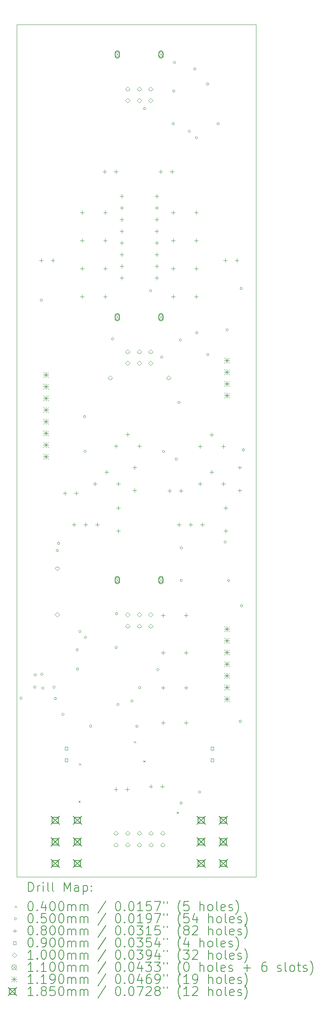
<source format=gbr>
%FSLAX45Y45*%
G04 Gerber Fmt 4.5, Leading zero omitted, Abs format (unit mm)*
G04 Created by KiCad (PCBNEW 6.0.5+dfsg-1~bpo11+1) date 2022-08-16 14:51:45*
%MOMM*%
%LPD*%
G01*
G04 APERTURE LIST*
%TA.AperFunction,Profile*%
%ADD10C,0.100000*%
%TD*%
%ADD11C,0.200000*%
%ADD12C,0.040000*%
%ADD13C,0.050000*%
%ADD14C,0.080000*%
%ADD15C,0.090000*%
%ADD16C,0.100000*%
%ADD17C,0.110000*%
%ADD18C,0.119000*%
%ADD19C,0.185000*%
G04 APERTURE END LIST*
D10*
X8255000Y-4445000D02*
X8255000Y-22987000D01*
X13462000Y-22987000D02*
X13462000Y-4445000D01*
X8255000Y-22987000D02*
X13462000Y-22987000D01*
X13462000Y-4445000D02*
X8255000Y-4445000D01*
D11*
D12*
X9596440Y-21326160D02*
X9636440Y-21366160D01*
X9636440Y-21326160D02*
X9596440Y-21366160D01*
X9606600Y-20515900D02*
X9646600Y-20555900D01*
X9646600Y-20515900D02*
X9606600Y-20555900D01*
X10805480Y-20030760D02*
X10845480Y-20070760D01*
X10845480Y-20030760D02*
X10805480Y-20070760D01*
X11008680Y-20452400D02*
X11048680Y-20492400D01*
X11048680Y-20452400D02*
X11008680Y-20492400D01*
X11735120Y-21570000D02*
X11775120Y-21610000D01*
X11775120Y-21570000D02*
X11735120Y-21610000D01*
D13*
X8371440Y-19098260D02*
G75*
G03*
X8371440Y-19098260I-25000J0D01*
G01*
X8671160Y-18856960D02*
G75*
G03*
X8671160Y-18856960I-25000J0D01*
G01*
X8678780Y-18592800D02*
G75*
G03*
X8678780Y-18592800I-25000J0D01*
G01*
X8813400Y-10441940D02*
G75*
G03*
X8813400Y-10441940I-25000J0D01*
G01*
X8823560Y-18580100D02*
G75*
G03*
X8823560Y-18580100I-25000J0D01*
G01*
X8846420Y-18879820D02*
G75*
G03*
X8846420Y-18879820I-25000J0D01*
G01*
X9087720Y-18859500D02*
G75*
G03*
X9087720Y-18859500I-25000J0D01*
G01*
X9120740Y-19108420D02*
G75*
G03*
X9120740Y-19108420I-25000J0D01*
G01*
X9161380Y-15885160D02*
G75*
G03*
X9161380Y-15885160I-25000J0D01*
G01*
X9189573Y-15729758D02*
G75*
G03*
X9189573Y-15729758I-25000J0D01*
G01*
X9283300Y-19451320D02*
G75*
G03*
X9283300Y-19451320I-25000J0D01*
G01*
X9593180Y-18049240D02*
G75*
G03*
X9593180Y-18049240I-25000J0D01*
G01*
X9600800Y-18465800D02*
G75*
G03*
X9600800Y-18465800I-25000J0D01*
G01*
X9653090Y-17647920D02*
G75*
G03*
X9653090Y-17647920I-25000J0D01*
G01*
X9753200Y-12976860D02*
G75*
G03*
X9753200Y-12976860I-25000J0D01*
G01*
X9765900Y-13728700D02*
G75*
G03*
X9765900Y-13728700I-25000J0D01*
G01*
X9770980Y-17774920D02*
G75*
G03*
X9770980Y-17774920I-25000J0D01*
G01*
X9887820Y-19707860D02*
G75*
G03*
X9887820Y-19707860I-25000J0D01*
G01*
X10362800Y-11282680D02*
G75*
G03*
X10362800Y-11282680I-25000J0D01*
G01*
X10441540Y-17993360D02*
G75*
G03*
X10441540Y-17993360I-25000J0D01*
G01*
X10449160Y-17261840D02*
G75*
G03*
X10449160Y-17261840I-25000J0D01*
G01*
X10479640Y-19235420D02*
G75*
G03*
X10479640Y-19235420I-25000J0D01*
G01*
X10784440Y-19159220D02*
G75*
G03*
X10784440Y-19159220I-25000J0D01*
G01*
X10893660Y-19710400D02*
G75*
G03*
X10893660Y-19710400I-25000J0D01*
G01*
X10954620Y-18869660D02*
G75*
G03*
X10954620Y-18869660I-25000J0D01*
G01*
X11061196Y-6273696D02*
G75*
G03*
X11061196Y-6273696I-25000J0D01*
G01*
X11190840Y-10236200D02*
G75*
G03*
X11190840Y-10236200I-25000J0D01*
G01*
X11348320Y-18478500D02*
G75*
G03*
X11348320Y-18478500I-25000J0D01*
G01*
X11434680Y-11678920D02*
G75*
G03*
X11434680Y-11678920I-25000J0D01*
G01*
X11470240Y-13733780D02*
G75*
G03*
X11470240Y-13733780I-25000J0D01*
G01*
X11683600Y-6604000D02*
G75*
G03*
X11683600Y-6604000I-25000J0D01*
G01*
X11696300Y-5892800D02*
G75*
G03*
X11696300Y-5892800I-25000J0D01*
G01*
X11709000Y-5270500D02*
G75*
G03*
X11709000Y-5270500I-25000J0D01*
G01*
X11749640Y-13898880D02*
G75*
G03*
X11749640Y-13898880I-25000J0D01*
G01*
X11808060Y-12664440D02*
G75*
G03*
X11808060Y-12664440I-25000J0D01*
G01*
X11841571Y-11306221D02*
G75*
G03*
X11841571Y-11306221I-25000J0D01*
G01*
X11856320Y-21379180D02*
G75*
G03*
X11856320Y-21379180I-25000J0D01*
G01*
X11858860Y-15829280D02*
G75*
G03*
X11858860Y-15829280I-25000J0D01*
G01*
X11858860Y-16535400D02*
G75*
G03*
X11858860Y-16535400I-25000J0D01*
G01*
X12032850Y-6767830D02*
G75*
G03*
X12032850Y-6767830I-25000J0D01*
G01*
X12153500Y-5410200D02*
G75*
G03*
X12153500Y-5410200I-25000J0D01*
G01*
X12189060Y-6906260D02*
G75*
G03*
X12189060Y-6906260I-25000J0D01*
G01*
X12196680Y-11150600D02*
G75*
G03*
X12196680Y-11150600I-25000J0D01*
G01*
X12257640Y-21140420D02*
G75*
G03*
X12257640Y-21140420I-25000J0D01*
G01*
X12432900Y-5740400D02*
G75*
G03*
X12432900Y-5740400I-25000J0D01*
G01*
X12435440Y-11623040D02*
G75*
G03*
X12435440Y-11623040I-25000J0D01*
G01*
X12661500Y-6604000D02*
G75*
G03*
X12661500Y-6604000I-25000J0D01*
G01*
X12813900Y-15702280D02*
G75*
G03*
X12813900Y-15702280I-25000J0D01*
G01*
X12857080Y-11087100D02*
G75*
G03*
X12857080Y-11087100I-25000J0D01*
G01*
X12887560Y-16537940D02*
G75*
G03*
X12887560Y-16537940I-25000J0D01*
G01*
X13144100Y-19601180D02*
G75*
G03*
X13144100Y-19601180I-25000J0D01*
G01*
X13161880Y-10185400D02*
G75*
G03*
X13161880Y-10185400I-25000J0D01*
G01*
X13172040Y-17089120D02*
G75*
G03*
X13172040Y-17089120I-25000J0D01*
G01*
X13211630Y-13697590D02*
G75*
G03*
X13211630Y-13697590I-25000J0D01*
G01*
D14*
X8788400Y-9535800D02*
X8788400Y-9615800D01*
X8748400Y-9575800D02*
X8828400Y-9575800D01*
X9038400Y-9535800D02*
X9038400Y-9615800D01*
X8998400Y-9575800D02*
X9078400Y-9575800D01*
X9300400Y-14598400D02*
X9300400Y-14678400D01*
X9260400Y-14638400D02*
X9340400Y-14638400D01*
X9499600Y-15283400D02*
X9499600Y-15363400D01*
X9459600Y-15323400D02*
X9539600Y-15323400D01*
X9550400Y-14598400D02*
X9550400Y-14678400D01*
X9510400Y-14638400D02*
X9590400Y-14638400D01*
X9677400Y-8494400D02*
X9677400Y-8574400D01*
X9637400Y-8534400D02*
X9717400Y-8534400D01*
X9677400Y-9104000D02*
X9677400Y-9184000D01*
X9637400Y-9144000D02*
X9717400Y-9144000D01*
X9677400Y-9713600D02*
X9677400Y-9793600D01*
X9637400Y-9753600D02*
X9717400Y-9753600D01*
X9677400Y-10323200D02*
X9677400Y-10403200D01*
X9637400Y-10363200D02*
X9717400Y-10363200D01*
X9753600Y-15283400D02*
X9753600Y-15363400D01*
X9713600Y-15323400D02*
X9793600Y-15323400D01*
X9956800Y-14394400D02*
X9956800Y-14474400D01*
X9916800Y-14434400D02*
X9996800Y-14434400D01*
X10007600Y-15283400D02*
X10007600Y-15363400D01*
X9967600Y-15323400D02*
X10047600Y-15323400D01*
X10164000Y-7605400D02*
X10164000Y-7685400D01*
X10124000Y-7645400D02*
X10204000Y-7645400D01*
X10177400Y-8494400D02*
X10177400Y-8574400D01*
X10137400Y-8534400D02*
X10217400Y-8534400D01*
X10177400Y-9104000D02*
X10177400Y-9184000D01*
X10137400Y-9144000D02*
X10217400Y-9144000D01*
X10177400Y-9713600D02*
X10177400Y-9793600D01*
X10137400Y-9753600D02*
X10217400Y-9753600D01*
X10177400Y-10323200D02*
X10177400Y-10403200D01*
X10137400Y-10363200D02*
X10217400Y-10363200D01*
X10210800Y-14140400D02*
X10210800Y-14220400D01*
X10170800Y-14180400D02*
X10250800Y-14180400D01*
X10409238Y-21042000D02*
X10409238Y-21122000D01*
X10369238Y-21082000D02*
X10449238Y-21082000D01*
X10414000Y-7605400D02*
X10414000Y-7685400D01*
X10374000Y-7645400D02*
X10454000Y-7645400D01*
X10414000Y-13574400D02*
X10414000Y-13654400D01*
X10374000Y-13614400D02*
X10454000Y-13614400D01*
X10464800Y-14394400D02*
X10464800Y-14474400D01*
X10424800Y-14434400D02*
X10504800Y-14434400D01*
X10464800Y-14920600D02*
X10464800Y-15000600D01*
X10424800Y-14960600D02*
X10504800Y-14960600D01*
X10464800Y-15420600D02*
X10464800Y-15500600D01*
X10424800Y-15460600D02*
X10504800Y-15460600D01*
X10537000Y-8138800D02*
X10537000Y-8218800D01*
X10497000Y-8178800D02*
X10577000Y-8178800D01*
X10537000Y-8392800D02*
X10537000Y-8472800D01*
X10497000Y-8432800D02*
X10577000Y-8432800D01*
X10537000Y-8646800D02*
X10537000Y-8726800D01*
X10497000Y-8686800D02*
X10577000Y-8686800D01*
X10537000Y-8900800D02*
X10537000Y-8980800D01*
X10497000Y-8940800D02*
X10577000Y-8940800D01*
X10537000Y-9154800D02*
X10537000Y-9234800D01*
X10497000Y-9194800D02*
X10577000Y-9194800D01*
X10537000Y-9408800D02*
X10537000Y-9488800D01*
X10497000Y-9448800D02*
X10577000Y-9448800D01*
X10537000Y-9662800D02*
X10537000Y-9742800D01*
X10497000Y-9702800D02*
X10577000Y-9702800D01*
X10537000Y-9916800D02*
X10537000Y-9996800D01*
X10497000Y-9956800D02*
X10577000Y-9956800D01*
X10659238Y-21042000D02*
X10659238Y-21122000D01*
X10619238Y-21082000D02*
X10699238Y-21082000D01*
X10668000Y-13320400D02*
X10668000Y-13400400D01*
X10628000Y-13360400D02*
X10708000Y-13360400D01*
X10820400Y-14038800D02*
X10820400Y-14118800D01*
X10780400Y-14078800D02*
X10860400Y-14078800D01*
X10820400Y-14538800D02*
X10820400Y-14618800D01*
X10780400Y-14578800D02*
X10860400Y-14578800D01*
X10922000Y-13574400D02*
X10922000Y-13654400D01*
X10882000Y-13614400D02*
X10962000Y-13614400D01*
X11171238Y-20978500D02*
X11171238Y-21058500D01*
X11131238Y-21018500D02*
X11211238Y-21018500D01*
X11299000Y-8138800D02*
X11299000Y-8218800D01*
X11259000Y-8178800D02*
X11339000Y-8178800D01*
X11299000Y-8392800D02*
X11299000Y-8472800D01*
X11259000Y-8432800D02*
X11339000Y-8432800D01*
X11299000Y-8646800D02*
X11299000Y-8726800D01*
X11259000Y-8686800D02*
X11339000Y-8686800D01*
X11299000Y-8900800D02*
X11299000Y-8980800D01*
X11259000Y-8940800D02*
X11339000Y-8940800D01*
X11299000Y-9154800D02*
X11299000Y-9234800D01*
X11259000Y-9194800D02*
X11339000Y-9194800D01*
X11299000Y-9408800D02*
X11299000Y-9488800D01*
X11259000Y-9448800D02*
X11339000Y-9448800D01*
X11299000Y-9662800D02*
X11299000Y-9742800D01*
X11259000Y-9702800D02*
X11339000Y-9702800D01*
X11299000Y-9916800D02*
X11299000Y-9996800D01*
X11259000Y-9956800D02*
X11339000Y-9956800D01*
X11383200Y-7605400D02*
X11383200Y-7685400D01*
X11343200Y-7645400D02*
X11423200Y-7645400D01*
X11421238Y-20978500D02*
X11421238Y-21058500D01*
X11381238Y-21018500D02*
X11461238Y-21018500D01*
X11438000Y-17257400D02*
X11438000Y-17337400D01*
X11398000Y-17297400D02*
X11478000Y-17297400D01*
X11438000Y-18070200D02*
X11438000Y-18150200D01*
X11398000Y-18110200D02*
X11478000Y-18110200D01*
X11438000Y-18832200D02*
X11438000Y-18912200D01*
X11398000Y-18872200D02*
X11478000Y-18872200D01*
X11438000Y-19594200D02*
X11438000Y-19674200D01*
X11398000Y-19634200D02*
X11478000Y-19634200D01*
X11577638Y-14546800D02*
X11577638Y-14626800D01*
X11537638Y-14586800D02*
X11617638Y-14586800D01*
X11633200Y-7605400D02*
X11633200Y-7685400D01*
X11593200Y-7645400D02*
X11673200Y-7645400D01*
X11658600Y-8494400D02*
X11658600Y-8574400D01*
X11618600Y-8534400D02*
X11698600Y-8534400D01*
X11658600Y-9104000D02*
X11658600Y-9184000D01*
X11618600Y-9144000D02*
X11698600Y-9144000D01*
X11658600Y-9713600D02*
X11658600Y-9793600D01*
X11618600Y-9753600D02*
X11698600Y-9753600D01*
X11658600Y-10323200D02*
X11658600Y-10403200D01*
X11618600Y-10363200D02*
X11698600Y-10363200D01*
X11785600Y-15283400D02*
X11785600Y-15363400D01*
X11745600Y-15323400D02*
X11825600Y-15323400D01*
X11827638Y-14546800D02*
X11827638Y-14626800D01*
X11787638Y-14586800D02*
X11867638Y-14586800D01*
X11938000Y-17257400D02*
X11938000Y-17337400D01*
X11898000Y-17297400D02*
X11978000Y-17297400D01*
X11938000Y-18070200D02*
X11938000Y-18150200D01*
X11898000Y-18110200D02*
X11978000Y-18110200D01*
X11938000Y-18832200D02*
X11938000Y-18912200D01*
X11898000Y-18872200D02*
X11978000Y-18872200D01*
X11938000Y-19594200D02*
X11938000Y-19674200D01*
X11898000Y-19634200D02*
X11978000Y-19634200D01*
X12039600Y-15283400D02*
X12039600Y-15363400D01*
X11999600Y-15323400D02*
X12079600Y-15323400D01*
X12158600Y-8494400D02*
X12158600Y-8574400D01*
X12118600Y-8534400D02*
X12198600Y-8534400D01*
X12158600Y-9104000D02*
X12158600Y-9184000D01*
X12118600Y-9144000D02*
X12198600Y-9144000D01*
X12158600Y-9713600D02*
X12158600Y-9793600D01*
X12118600Y-9753600D02*
X12198600Y-9753600D01*
X12158600Y-10323200D02*
X12158600Y-10403200D01*
X12118600Y-10363200D02*
X12198600Y-10363200D01*
X12242800Y-13582400D02*
X12242800Y-13662400D01*
X12202800Y-13622400D02*
X12282800Y-13622400D01*
X12242800Y-14395200D02*
X12242800Y-14475200D01*
X12202800Y-14435200D02*
X12282800Y-14435200D01*
X12293600Y-15283400D02*
X12293600Y-15363400D01*
X12253600Y-15323400D02*
X12333600Y-15323400D01*
X12496800Y-13328400D02*
X12496800Y-13408400D01*
X12456800Y-13368400D02*
X12536800Y-13368400D01*
X12496800Y-14141200D02*
X12496800Y-14221200D01*
X12456800Y-14181200D02*
X12536800Y-14181200D01*
X12750800Y-13582400D02*
X12750800Y-13662400D01*
X12710800Y-13622400D02*
X12790800Y-13622400D01*
X12750800Y-14395200D02*
X12750800Y-14475200D01*
X12710800Y-14435200D02*
X12790800Y-14435200D01*
X12792838Y-9535800D02*
X12792838Y-9615800D01*
X12752838Y-9575800D02*
X12832838Y-9575800D01*
X12801600Y-14920600D02*
X12801600Y-15000600D01*
X12761600Y-14960600D02*
X12841600Y-14960600D01*
X12801600Y-15420600D02*
X12801600Y-15500600D01*
X12761600Y-15460600D02*
X12841600Y-15460600D01*
X13042838Y-9535800D02*
X13042838Y-9615800D01*
X13002838Y-9575800D02*
X13082838Y-9575800D01*
X13106400Y-14042800D02*
X13106400Y-14122800D01*
X13066400Y-14082800D02*
X13146400Y-14082800D01*
X13106400Y-14542800D02*
X13106400Y-14622800D01*
X13066400Y-14582800D02*
X13146400Y-14582800D01*
D15*
X9366320Y-20225320D02*
X9366320Y-20161680D01*
X9302680Y-20161680D01*
X9302680Y-20225320D01*
X9366320Y-20225320D01*
X9366320Y-20479320D02*
X9366320Y-20415680D01*
X9302680Y-20415680D01*
X9302680Y-20479320D01*
X9366320Y-20479320D01*
X12541320Y-20225320D02*
X12541320Y-20161680D01*
X12477680Y-20161680D01*
X12477680Y-20225320D01*
X12541320Y-20225320D01*
X12541320Y-20479320D02*
X12541320Y-20415680D01*
X12477680Y-20415680D01*
X12477680Y-20479320D01*
X12541320Y-20479320D01*
D16*
X9133840Y-17327080D02*
X9183840Y-17277080D01*
X9133840Y-17227080D01*
X9083840Y-17277080D01*
X9133840Y-17327080D01*
X9136380Y-16326320D02*
X9186380Y-16276320D01*
X9136380Y-16226320D01*
X9086380Y-16276320D01*
X9136380Y-16326320D01*
X10287000Y-12178500D02*
X10337000Y-12128500D01*
X10287000Y-12078500D01*
X10237000Y-12128500D01*
X10287000Y-12178500D01*
X10414000Y-22084500D02*
X10464000Y-22034500D01*
X10414000Y-21984500D01*
X10364000Y-22034500D01*
X10414000Y-22084500D01*
X10414000Y-22338500D02*
X10464000Y-22288500D01*
X10414000Y-22238500D01*
X10364000Y-22288500D01*
X10414000Y-22338500D01*
X10668000Y-5896000D02*
X10718000Y-5846000D01*
X10668000Y-5796000D01*
X10618000Y-5846000D01*
X10668000Y-5896000D01*
X10668000Y-6146000D02*
X10718000Y-6096000D01*
X10668000Y-6046000D01*
X10618000Y-6096000D01*
X10668000Y-6146000D01*
X10668000Y-11611000D02*
X10718000Y-11561000D01*
X10668000Y-11511000D01*
X10618000Y-11561000D01*
X10668000Y-11611000D01*
X10668000Y-11861000D02*
X10718000Y-11811000D01*
X10668000Y-11761000D01*
X10618000Y-11811000D01*
X10668000Y-11861000D01*
X10668000Y-17330000D02*
X10718000Y-17280000D01*
X10668000Y-17230000D01*
X10618000Y-17280000D01*
X10668000Y-17330000D01*
X10668000Y-17580000D02*
X10718000Y-17530000D01*
X10668000Y-17480000D01*
X10618000Y-17530000D01*
X10668000Y-17580000D01*
X10668000Y-22084500D02*
X10718000Y-22034500D01*
X10668000Y-21984500D01*
X10618000Y-22034500D01*
X10668000Y-22084500D01*
X10668000Y-22338500D02*
X10718000Y-22288500D01*
X10668000Y-22238500D01*
X10618000Y-22288500D01*
X10668000Y-22338500D01*
X10918000Y-5896000D02*
X10968000Y-5846000D01*
X10918000Y-5796000D01*
X10868000Y-5846000D01*
X10918000Y-5896000D01*
X10918000Y-6146000D02*
X10968000Y-6096000D01*
X10918000Y-6046000D01*
X10868000Y-6096000D01*
X10918000Y-6146000D01*
X10918000Y-11611000D02*
X10968000Y-11561000D01*
X10918000Y-11511000D01*
X10868000Y-11561000D01*
X10918000Y-11611000D01*
X10918000Y-11861000D02*
X10968000Y-11811000D01*
X10918000Y-11761000D01*
X10868000Y-11811000D01*
X10918000Y-11861000D01*
X10918000Y-17330000D02*
X10968000Y-17280000D01*
X10918000Y-17230000D01*
X10868000Y-17280000D01*
X10918000Y-17330000D01*
X10918000Y-17580000D02*
X10968000Y-17530000D01*
X10918000Y-17480000D01*
X10868000Y-17530000D01*
X10918000Y-17580000D01*
X10922000Y-22084500D02*
X10972000Y-22034500D01*
X10922000Y-21984500D01*
X10872000Y-22034500D01*
X10922000Y-22084500D01*
X10922000Y-22338500D02*
X10972000Y-22288500D01*
X10922000Y-22238500D01*
X10872000Y-22288500D01*
X10922000Y-22338500D01*
X11168000Y-5896000D02*
X11218000Y-5846000D01*
X11168000Y-5796000D01*
X11118000Y-5846000D01*
X11168000Y-5896000D01*
X11168000Y-6146000D02*
X11218000Y-6096000D01*
X11168000Y-6046000D01*
X11118000Y-6096000D01*
X11168000Y-6146000D01*
X11168000Y-11611000D02*
X11218000Y-11561000D01*
X11168000Y-11511000D01*
X11118000Y-11561000D01*
X11168000Y-11611000D01*
X11168000Y-11861000D02*
X11218000Y-11811000D01*
X11168000Y-11761000D01*
X11118000Y-11811000D01*
X11168000Y-11861000D01*
X11168000Y-17330000D02*
X11218000Y-17280000D01*
X11168000Y-17230000D01*
X11118000Y-17280000D01*
X11168000Y-17330000D01*
X11168000Y-17580000D02*
X11218000Y-17530000D01*
X11168000Y-17480000D01*
X11118000Y-17530000D01*
X11168000Y-17580000D01*
X11176000Y-22084500D02*
X11226000Y-22034500D01*
X11176000Y-21984500D01*
X11126000Y-22034500D01*
X11176000Y-22084500D01*
X11176000Y-22338500D02*
X11226000Y-22288500D01*
X11176000Y-22238500D01*
X11126000Y-22288500D01*
X11176000Y-22338500D01*
X11430000Y-22084500D02*
X11480000Y-22034500D01*
X11430000Y-21984500D01*
X11380000Y-22034500D01*
X11430000Y-22084500D01*
X11430000Y-22338500D02*
X11480000Y-22288500D01*
X11430000Y-22238500D01*
X11380000Y-22288500D01*
X11430000Y-22338500D01*
X11557000Y-12178500D02*
X11607000Y-12128500D01*
X11557000Y-12078500D01*
X11507000Y-12128500D01*
X11557000Y-12178500D01*
D17*
X10388000Y-5041000D02*
X10498000Y-5151000D01*
X10498000Y-5041000D02*
X10388000Y-5151000D01*
X10498000Y-5096000D02*
G75*
G03*
X10498000Y-5096000I-55000J0D01*
G01*
D11*
X10488000Y-5131000D02*
X10488000Y-5061000D01*
X10398000Y-5131000D02*
X10398000Y-5061000D01*
X10488000Y-5061000D02*
G75*
G03*
X10398000Y-5061000I-45000J0D01*
G01*
X10398000Y-5131000D02*
G75*
G03*
X10488000Y-5131000I45000J0D01*
G01*
D17*
X10388000Y-10756000D02*
X10498000Y-10866000D01*
X10498000Y-10756000D02*
X10388000Y-10866000D01*
X10498000Y-10811000D02*
G75*
G03*
X10498000Y-10811000I-55000J0D01*
G01*
D11*
X10488000Y-10846000D02*
X10488000Y-10776000D01*
X10398000Y-10846000D02*
X10398000Y-10776000D01*
X10488000Y-10776000D02*
G75*
G03*
X10398000Y-10776000I-45000J0D01*
G01*
X10398000Y-10846000D02*
G75*
G03*
X10488000Y-10846000I45000J0D01*
G01*
D17*
X10388000Y-16475000D02*
X10498000Y-16585000D01*
X10498000Y-16475000D02*
X10388000Y-16585000D01*
X10498000Y-16530000D02*
G75*
G03*
X10498000Y-16530000I-55000J0D01*
G01*
D11*
X10488000Y-16565000D02*
X10488000Y-16495000D01*
X10398000Y-16565000D02*
X10398000Y-16495000D01*
X10488000Y-16495000D02*
G75*
G03*
X10398000Y-16495000I-45000J0D01*
G01*
X10398000Y-16565000D02*
G75*
G03*
X10488000Y-16565000I45000J0D01*
G01*
D17*
X11338000Y-5041000D02*
X11448000Y-5151000D01*
X11448000Y-5041000D02*
X11338000Y-5151000D01*
X11448000Y-5096000D02*
G75*
G03*
X11448000Y-5096000I-55000J0D01*
G01*
D11*
X11438000Y-5131000D02*
X11438000Y-5061000D01*
X11348000Y-5131000D02*
X11348000Y-5061000D01*
X11438000Y-5061000D02*
G75*
G03*
X11348000Y-5061000I-45000J0D01*
G01*
X11348000Y-5131000D02*
G75*
G03*
X11438000Y-5131000I45000J0D01*
G01*
D17*
X11338000Y-10756000D02*
X11448000Y-10866000D01*
X11448000Y-10756000D02*
X11338000Y-10866000D01*
X11448000Y-10811000D02*
G75*
G03*
X11448000Y-10811000I-55000J0D01*
G01*
D11*
X11438000Y-10846000D02*
X11438000Y-10776000D01*
X11348000Y-10846000D02*
X11348000Y-10776000D01*
X11438000Y-10776000D02*
G75*
G03*
X11348000Y-10776000I-45000J0D01*
G01*
X11348000Y-10846000D02*
G75*
G03*
X11438000Y-10846000I45000J0D01*
G01*
D17*
X11338000Y-16475000D02*
X11448000Y-16585000D01*
X11448000Y-16475000D02*
X11338000Y-16585000D01*
X11448000Y-16530000D02*
G75*
G03*
X11448000Y-16530000I-55000J0D01*
G01*
D11*
X11438000Y-16565000D02*
X11438000Y-16495000D01*
X11348000Y-16565000D02*
X11348000Y-16495000D01*
X11438000Y-16495000D02*
G75*
G03*
X11348000Y-16495000I-45000J0D01*
G01*
X11348000Y-16565000D02*
G75*
G03*
X11438000Y-16565000I45000J0D01*
G01*
D18*
X8830500Y-12005500D02*
X8949500Y-12124500D01*
X8949500Y-12005500D02*
X8830500Y-12124500D01*
X8890000Y-12005500D02*
X8890000Y-12124500D01*
X8830500Y-12065000D02*
X8949500Y-12065000D01*
X8830500Y-12259500D02*
X8949500Y-12378500D01*
X8949500Y-12259500D02*
X8830500Y-12378500D01*
X8890000Y-12259500D02*
X8890000Y-12378500D01*
X8830500Y-12319000D02*
X8949500Y-12319000D01*
X8830500Y-12513500D02*
X8949500Y-12632500D01*
X8949500Y-12513500D02*
X8830500Y-12632500D01*
X8890000Y-12513500D02*
X8890000Y-12632500D01*
X8830500Y-12573000D02*
X8949500Y-12573000D01*
X8830500Y-12767500D02*
X8949500Y-12886500D01*
X8949500Y-12767500D02*
X8830500Y-12886500D01*
X8890000Y-12767500D02*
X8890000Y-12886500D01*
X8830500Y-12827000D02*
X8949500Y-12827000D01*
X8830500Y-13021500D02*
X8949500Y-13140500D01*
X8949500Y-13021500D02*
X8830500Y-13140500D01*
X8890000Y-13021500D02*
X8890000Y-13140500D01*
X8830500Y-13081000D02*
X8949500Y-13081000D01*
X8830500Y-13275500D02*
X8949500Y-13394500D01*
X8949500Y-13275500D02*
X8830500Y-13394500D01*
X8890000Y-13275500D02*
X8890000Y-13394500D01*
X8830500Y-13335000D02*
X8949500Y-13335000D01*
X8830500Y-13529500D02*
X8949500Y-13648500D01*
X8949500Y-13529500D02*
X8830500Y-13648500D01*
X8890000Y-13529500D02*
X8890000Y-13648500D01*
X8830500Y-13589000D02*
X8949500Y-13589000D01*
X8830500Y-13783500D02*
X8949500Y-13902500D01*
X8949500Y-13783500D02*
X8830500Y-13902500D01*
X8890000Y-13783500D02*
X8890000Y-13902500D01*
X8830500Y-13843000D02*
X8949500Y-13843000D01*
X12767500Y-11688000D02*
X12886500Y-11807000D01*
X12886500Y-11688000D02*
X12767500Y-11807000D01*
X12827000Y-11688000D02*
X12827000Y-11807000D01*
X12767500Y-11747500D02*
X12886500Y-11747500D01*
X12767500Y-11942000D02*
X12886500Y-12061000D01*
X12886500Y-11942000D02*
X12767500Y-12061000D01*
X12827000Y-11942000D02*
X12827000Y-12061000D01*
X12767500Y-12001500D02*
X12886500Y-12001500D01*
X12767500Y-12196000D02*
X12886500Y-12315000D01*
X12886500Y-12196000D02*
X12767500Y-12315000D01*
X12827000Y-12196000D02*
X12827000Y-12315000D01*
X12767500Y-12255500D02*
X12886500Y-12255500D01*
X12767500Y-12450000D02*
X12886500Y-12569000D01*
X12886500Y-12450000D02*
X12767500Y-12569000D01*
X12827000Y-12450000D02*
X12827000Y-12569000D01*
X12767500Y-12509500D02*
X12886500Y-12509500D01*
X12767500Y-17530000D02*
X12886500Y-17649000D01*
X12886500Y-17530000D02*
X12767500Y-17649000D01*
X12827000Y-17530000D02*
X12827000Y-17649000D01*
X12767500Y-17589500D02*
X12886500Y-17589500D01*
X12767500Y-17784000D02*
X12886500Y-17903000D01*
X12886500Y-17784000D02*
X12767500Y-17903000D01*
X12827000Y-17784000D02*
X12827000Y-17903000D01*
X12767500Y-17843500D02*
X12886500Y-17843500D01*
X12767500Y-18038000D02*
X12886500Y-18157000D01*
X12886500Y-18038000D02*
X12767500Y-18157000D01*
X12827000Y-18038000D02*
X12827000Y-18157000D01*
X12767500Y-18097500D02*
X12886500Y-18097500D01*
X12767500Y-18292000D02*
X12886500Y-18411000D01*
X12886500Y-18292000D02*
X12767500Y-18411000D01*
X12827000Y-18292000D02*
X12827000Y-18411000D01*
X12767500Y-18351500D02*
X12886500Y-18351500D01*
X12767500Y-18546000D02*
X12886500Y-18665000D01*
X12886500Y-18546000D02*
X12767500Y-18665000D01*
X12827000Y-18546000D02*
X12827000Y-18665000D01*
X12767500Y-18605500D02*
X12886500Y-18605500D01*
X12767500Y-18800000D02*
X12886500Y-18919000D01*
X12886500Y-18800000D02*
X12767500Y-18919000D01*
X12827000Y-18800000D02*
X12827000Y-18919000D01*
X12767500Y-18859500D02*
X12886500Y-18859500D01*
X12767500Y-19054000D02*
X12886500Y-19173000D01*
X12886500Y-19054000D02*
X12767500Y-19173000D01*
X12827000Y-19054000D02*
X12827000Y-19173000D01*
X12767500Y-19113500D02*
X12886500Y-19113500D01*
D19*
X9000500Y-21662500D02*
X9185500Y-21847500D01*
X9185500Y-21662500D02*
X9000500Y-21847500D01*
X9158408Y-21820408D02*
X9158408Y-21689592D01*
X9027592Y-21689592D01*
X9027592Y-21820408D01*
X9158408Y-21820408D01*
X9000500Y-22132500D02*
X9185500Y-22317500D01*
X9185500Y-22132500D02*
X9000500Y-22317500D01*
X9158408Y-22290408D02*
X9158408Y-22159592D01*
X9027592Y-22159592D01*
X9027592Y-22290408D01*
X9158408Y-22290408D01*
X9000500Y-22602500D02*
X9185500Y-22787500D01*
X9185500Y-22602500D02*
X9000500Y-22787500D01*
X9158408Y-22760408D02*
X9158408Y-22629592D01*
X9027592Y-22629592D01*
X9027592Y-22760408D01*
X9158408Y-22760408D01*
X9483500Y-21662500D02*
X9668500Y-21847500D01*
X9668500Y-21662500D02*
X9483500Y-21847500D01*
X9641408Y-21820408D02*
X9641408Y-21689592D01*
X9510592Y-21689592D01*
X9510592Y-21820408D01*
X9641408Y-21820408D01*
X9483500Y-22132500D02*
X9668500Y-22317500D01*
X9668500Y-22132500D02*
X9483500Y-22317500D01*
X9641408Y-22290408D02*
X9641408Y-22159592D01*
X9510592Y-22159592D01*
X9510592Y-22290408D01*
X9641408Y-22290408D01*
X9483500Y-22602500D02*
X9668500Y-22787500D01*
X9668500Y-22602500D02*
X9483500Y-22787500D01*
X9641408Y-22760408D02*
X9641408Y-22629592D01*
X9510592Y-22629592D01*
X9510592Y-22760408D01*
X9641408Y-22760408D01*
X12175500Y-21662500D02*
X12360500Y-21847500D01*
X12360500Y-21662500D02*
X12175500Y-21847500D01*
X12333408Y-21820408D02*
X12333408Y-21689592D01*
X12202592Y-21689592D01*
X12202592Y-21820408D01*
X12333408Y-21820408D01*
X12175500Y-22132500D02*
X12360500Y-22317500D01*
X12360500Y-22132500D02*
X12175500Y-22317500D01*
X12333408Y-22290408D02*
X12333408Y-22159592D01*
X12202592Y-22159592D01*
X12202592Y-22290408D01*
X12333408Y-22290408D01*
X12175500Y-22602500D02*
X12360500Y-22787500D01*
X12360500Y-22602500D02*
X12175500Y-22787500D01*
X12333408Y-22760408D02*
X12333408Y-22629592D01*
X12202592Y-22629592D01*
X12202592Y-22760408D01*
X12333408Y-22760408D01*
X12658500Y-21662500D02*
X12843500Y-21847500D01*
X12843500Y-21662500D02*
X12658500Y-21847500D01*
X12816408Y-21820408D02*
X12816408Y-21689592D01*
X12685592Y-21689592D01*
X12685592Y-21820408D01*
X12816408Y-21820408D01*
X12658500Y-22132500D02*
X12843500Y-22317500D01*
X12843500Y-22132500D02*
X12658500Y-22317500D01*
X12816408Y-22290408D02*
X12816408Y-22159592D01*
X12685592Y-22159592D01*
X12685592Y-22290408D01*
X12816408Y-22290408D01*
X12658500Y-22602500D02*
X12843500Y-22787500D01*
X12843500Y-22602500D02*
X12658500Y-22787500D01*
X12816408Y-22760408D02*
X12816408Y-22629592D01*
X12685592Y-22629592D01*
X12685592Y-22760408D01*
X12816408Y-22760408D01*
D11*
X8507619Y-23302476D02*
X8507619Y-23102476D01*
X8555238Y-23102476D01*
X8583810Y-23112000D01*
X8602857Y-23131048D01*
X8612381Y-23150095D01*
X8621905Y-23188190D01*
X8621905Y-23216762D01*
X8612381Y-23254857D01*
X8602857Y-23273905D01*
X8583810Y-23292952D01*
X8555238Y-23302476D01*
X8507619Y-23302476D01*
X8707619Y-23302476D02*
X8707619Y-23169143D01*
X8707619Y-23207238D02*
X8717143Y-23188190D01*
X8726667Y-23178667D01*
X8745714Y-23169143D01*
X8764762Y-23169143D01*
X8831429Y-23302476D02*
X8831429Y-23169143D01*
X8831429Y-23102476D02*
X8821905Y-23112000D01*
X8831429Y-23121524D01*
X8840952Y-23112000D01*
X8831429Y-23102476D01*
X8831429Y-23121524D01*
X8955238Y-23302476D02*
X8936190Y-23292952D01*
X8926667Y-23273905D01*
X8926667Y-23102476D01*
X9060000Y-23302476D02*
X9040952Y-23292952D01*
X9031429Y-23273905D01*
X9031429Y-23102476D01*
X9288571Y-23302476D02*
X9288571Y-23102476D01*
X9355238Y-23245333D01*
X9421905Y-23102476D01*
X9421905Y-23302476D01*
X9602857Y-23302476D02*
X9602857Y-23197714D01*
X9593333Y-23178667D01*
X9574286Y-23169143D01*
X9536190Y-23169143D01*
X9517143Y-23178667D01*
X9602857Y-23292952D02*
X9583810Y-23302476D01*
X9536190Y-23302476D01*
X9517143Y-23292952D01*
X9507619Y-23273905D01*
X9507619Y-23254857D01*
X9517143Y-23235809D01*
X9536190Y-23226286D01*
X9583810Y-23226286D01*
X9602857Y-23216762D01*
X9698095Y-23169143D02*
X9698095Y-23369143D01*
X9698095Y-23178667D02*
X9717143Y-23169143D01*
X9755238Y-23169143D01*
X9774286Y-23178667D01*
X9783810Y-23188190D01*
X9793333Y-23207238D01*
X9793333Y-23264381D01*
X9783810Y-23283428D01*
X9774286Y-23292952D01*
X9755238Y-23302476D01*
X9717143Y-23302476D01*
X9698095Y-23292952D01*
X9879048Y-23283428D02*
X9888571Y-23292952D01*
X9879048Y-23302476D01*
X9869524Y-23292952D01*
X9879048Y-23283428D01*
X9879048Y-23302476D01*
X9879048Y-23178667D02*
X9888571Y-23188190D01*
X9879048Y-23197714D01*
X9869524Y-23188190D01*
X9879048Y-23178667D01*
X9879048Y-23197714D01*
D12*
X8210000Y-23612000D02*
X8250000Y-23652000D01*
X8250000Y-23612000D02*
X8210000Y-23652000D01*
D11*
X8545714Y-23522476D02*
X8564762Y-23522476D01*
X8583810Y-23532000D01*
X8593333Y-23541524D01*
X8602857Y-23560571D01*
X8612381Y-23598667D01*
X8612381Y-23646286D01*
X8602857Y-23684381D01*
X8593333Y-23703428D01*
X8583810Y-23712952D01*
X8564762Y-23722476D01*
X8545714Y-23722476D01*
X8526667Y-23712952D01*
X8517143Y-23703428D01*
X8507619Y-23684381D01*
X8498095Y-23646286D01*
X8498095Y-23598667D01*
X8507619Y-23560571D01*
X8517143Y-23541524D01*
X8526667Y-23532000D01*
X8545714Y-23522476D01*
X8698095Y-23703428D02*
X8707619Y-23712952D01*
X8698095Y-23722476D01*
X8688571Y-23712952D01*
X8698095Y-23703428D01*
X8698095Y-23722476D01*
X8879048Y-23589143D02*
X8879048Y-23722476D01*
X8831429Y-23512952D02*
X8783810Y-23655809D01*
X8907619Y-23655809D01*
X9021905Y-23522476D02*
X9040952Y-23522476D01*
X9060000Y-23532000D01*
X9069524Y-23541524D01*
X9079048Y-23560571D01*
X9088571Y-23598667D01*
X9088571Y-23646286D01*
X9079048Y-23684381D01*
X9069524Y-23703428D01*
X9060000Y-23712952D01*
X9040952Y-23722476D01*
X9021905Y-23722476D01*
X9002857Y-23712952D01*
X8993333Y-23703428D01*
X8983810Y-23684381D01*
X8974286Y-23646286D01*
X8974286Y-23598667D01*
X8983810Y-23560571D01*
X8993333Y-23541524D01*
X9002857Y-23532000D01*
X9021905Y-23522476D01*
X9212381Y-23522476D02*
X9231429Y-23522476D01*
X9250476Y-23532000D01*
X9260000Y-23541524D01*
X9269524Y-23560571D01*
X9279048Y-23598667D01*
X9279048Y-23646286D01*
X9269524Y-23684381D01*
X9260000Y-23703428D01*
X9250476Y-23712952D01*
X9231429Y-23722476D01*
X9212381Y-23722476D01*
X9193333Y-23712952D01*
X9183810Y-23703428D01*
X9174286Y-23684381D01*
X9164762Y-23646286D01*
X9164762Y-23598667D01*
X9174286Y-23560571D01*
X9183810Y-23541524D01*
X9193333Y-23532000D01*
X9212381Y-23522476D01*
X9364762Y-23722476D02*
X9364762Y-23589143D01*
X9364762Y-23608190D02*
X9374286Y-23598667D01*
X9393333Y-23589143D01*
X9421905Y-23589143D01*
X9440952Y-23598667D01*
X9450476Y-23617714D01*
X9450476Y-23722476D01*
X9450476Y-23617714D02*
X9460000Y-23598667D01*
X9479048Y-23589143D01*
X9507619Y-23589143D01*
X9526667Y-23598667D01*
X9536190Y-23617714D01*
X9536190Y-23722476D01*
X9631429Y-23722476D02*
X9631429Y-23589143D01*
X9631429Y-23608190D02*
X9640952Y-23598667D01*
X9660000Y-23589143D01*
X9688571Y-23589143D01*
X9707619Y-23598667D01*
X9717143Y-23617714D01*
X9717143Y-23722476D01*
X9717143Y-23617714D02*
X9726667Y-23598667D01*
X9745714Y-23589143D01*
X9774286Y-23589143D01*
X9793333Y-23598667D01*
X9802857Y-23617714D01*
X9802857Y-23722476D01*
X10193333Y-23512952D02*
X10021905Y-23770095D01*
X10450476Y-23522476D02*
X10469524Y-23522476D01*
X10488571Y-23532000D01*
X10498095Y-23541524D01*
X10507619Y-23560571D01*
X10517143Y-23598667D01*
X10517143Y-23646286D01*
X10507619Y-23684381D01*
X10498095Y-23703428D01*
X10488571Y-23712952D01*
X10469524Y-23722476D01*
X10450476Y-23722476D01*
X10431429Y-23712952D01*
X10421905Y-23703428D01*
X10412381Y-23684381D01*
X10402857Y-23646286D01*
X10402857Y-23598667D01*
X10412381Y-23560571D01*
X10421905Y-23541524D01*
X10431429Y-23532000D01*
X10450476Y-23522476D01*
X10602857Y-23703428D02*
X10612381Y-23712952D01*
X10602857Y-23722476D01*
X10593333Y-23712952D01*
X10602857Y-23703428D01*
X10602857Y-23722476D01*
X10736190Y-23522476D02*
X10755238Y-23522476D01*
X10774286Y-23532000D01*
X10783810Y-23541524D01*
X10793333Y-23560571D01*
X10802857Y-23598667D01*
X10802857Y-23646286D01*
X10793333Y-23684381D01*
X10783810Y-23703428D01*
X10774286Y-23712952D01*
X10755238Y-23722476D01*
X10736190Y-23722476D01*
X10717143Y-23712952D01*
X10707619Y-23703428D01*
X10698095Y-23684381D01*
X10688571Y-23646286D01*
X10688571Y-23598667D01*
X10698095Y-23560571D01*
X10707619Y-23541524D01*
X10717143Y-23532000D01*
X10736190Y-23522476D01*
X10993333Y-23722476D02*
X10879048Y-23722476D01*
X10936190Y-23722476D02*
X10936190Y-23522476D01*
X10917143Y-23551048D01*
X10898095Y-23570095D01*
X10879048Y-23579619D01*
X11174286Y-23522476D02*
X11079048Y-23522476D01*
X11069524Y-23617714D01*
X11079048Y-23608190D01*
X11098095Y-23598667D01*
X11145714Y-23598667D01*
X11164762Y-23608190D01*
X11174286Y-23617714D01*
X11183810Y-23636762D01*
X11183810Y-23684381D01*
X11174286Y-23703428D01*
X11164762Y-23712952D01*
X11145714Y-23722476D01*
X11098095Y-23722476D01*
X11079048Y-23712952D01*
X11069524Y-23703428D01*
X11250476Y-23522476D02*
X11383809Y-23522476D01*
X11298095Y-23722476D01*
X11450476Y-23522476D02*
X11450476Y-23560571D01*
X11526667Y-23522476D02*
X11526667Y-23560571D01*
X11821905Y-23798667D02*
X11812381Y-23789143D01*
X11793333Y-23760571D01*
X11783809Y-23741524D01*
X11774286Y-23712952D01*
X11764762Y-23665333D01*
X11764762Y-23627238D01*
X11774286Y-23579619D01*
X11783809Y-23551048D01*
X11793333Y-23532000D01*
X11812381Y-23503428D01*
X11821905Y-23493905D01*
X11993333Y-23522476D02*
X11898095Y-23522476D01*
X11888571Y-23617714D01*
X11898095Y-23608190D01*
X11917143Y-23598667D01*
X11964762Y-23598667D01*
X11983809Y-23608190D01*
X11993333Y-23617714D01*
X12002857Y-23636762D01*
X12002857Y-23684381D01*
X11993333Y-23703428D01*
X11983809Y-23712952D01*
X11964762Y-23722476D01*
X11917143Y-23722476D01*
X11898095Y-23712952D01*
X11888571Y-23703428D01*
X12240952Y-23722476D02*
X12240952Y-23522476D01*
X12326667Y-23722476D02*
X12326667Y-23617714D01*
X12317143Y-23598667D01*
X12298095Y-23589143D01*
X12269524Y-23589143D01*
X12250476Y-23598667D01*
X12240952Y-23608190D01*
X12450476Y-23722476D02*
X12431428Y-23712952D01*
X12421905Y-23703428D01*
X12412381Y-23684381D01*
X12412381Y-23627238D01*
X12421905Y-23608190D01*
X12431428Y-23598667D01*
X12450476Y-23589143D01*
X12479048Y-23589143D01*
X12498095Y-23598667D01*
X12507619Y-23608190D01*
X12517143Y-23627238D01*
X12517143Y-23684381D01*
X12507619Y-23703428D01*
X12498095Y-23712952D01*
X12479048Y-23722476D01*
X12450476Y-23722476D01*
X12631428Y-23722476D02*
X12612381Y-23712952D01*
X12602857Y-23693905D01*
X12602857Y-23522476D01*
X12783809Y-23712952D02*
X12764762Y-23722476D01*
X12726667Y-23722476D01*
X12707619Y-23712952D01*
X12698095Y-23693905D01*
X12698095Y-23617714D01*
X12707619Y-23598667D01*
X12726667Y-23589143D01*
X12764762Y-23589143D01*
X12783809Y-23598667D01*
X12793333Y-23617714D01*
X12793333Y-23636762D01*
X12698095Y-23655809D01*
X12869524Y-23712952D02*
X12888571Y-23722476D01*
X12926667Y-23722476D01*
X12945714Y-23712952D01*
X12955238Y-23693905D01*
X12955238Y-23684381D01*
X12945714Y-23665333D01*
X12926667Y-23655809D01*
X12898095Y-23655809D01*
X12879048Y-23646286D01*
X12869524Y-23627238D01*
X12869524Y-23617714D01*
X12879048Y-23598667D01*
X12898095Y-23589143D01*
X12926667Y-23589143D01*
X12945714Y-23598667D01*
X13021905Y-23798667D02*
X13031428Y-23789143D01*
X13050476Y-23760571D01*
X13060000Y-23741524D01*
X13069524Y-23712952D01*
X13079048Y-23665333D01*
X13079048Y-23627238D01*
X13069524Y-23579619D01*
X13060000Y-23551048D01*
X13050476Y-23532000D01*
X13031428Y-23503428D01*
X13021905Y-23493905D01*
D13*
X8250000Y-23896000D02*
G75*
G03*
X8250000Y-23896000I-25000J0D01*
G01*
D11*
X8545714Y-23786476D02*
X8564762Y-23786476D01*
X8583810Y-23796000D01*
X8593333Y-23805524D01*
X8602857Y-23824571D01*
X8612381Y-23862667D01*
X8612381Y-23910286D01*
X8602857Y-23948381D01*
X8593333Y-23967428D01*
X8583810Y-23976952D01*
X8564762Y-23986476D01*
X8545714Y-23986476D01*
X8526667Y-23976952D01*
X8517143Y-23967428D01*
X8507619Y-23948381D01*
X8498095Y-23910286D01*
X8498095Y-23862667D01*
X8507619Y-23824571D01*
X8517143Y-23805524D01*
X8526667Y-23796000D01*
X8545714Y-23786476D01*
X8698095Y-23967428D02*
X8707619Y-23976952D01*
X8698095Y-23986476D01*
X8688571Y-23976952D01*
X8698095Y-23967428D01*
X8698095Y-23986476D01*
X8888571Y-23786476D02*
X8793333Y-23786476D01*
X8783810Y-23881714D01*
X8793333Y-23872190D01*
X8812381Y-23862667D01*
X8860000Y-23862667D01*
X8879048Y-23872190D01*
X8888571Y-23881714D01*
X8898095Y-23900762D01*
X8898095Y-23948381D01*
X8888571Y-23967428D01*
X8879048Y-23976952D01*
X8860000Y-23986476D01*
X8812381Y-23986476D01*
X8793333Y-23976952D01*
X8783810Y-23967428D01*
X9021905Y-23786476D02*
X9040952Y-23786476D01*
X9060000Y-23796000D01*
X9069524Y-23805524D01*
X9079048Y-23824571D01*
X9088571Y-23862667D01*
X9088571Y-23910286D01*
X9079048Y-23948381D01*
X9069524Y-23967428D01*
X9060000Y-23976952D01*
X9040952Y-23986476D01*
X9021905Y-23986476D01*
X9002857Y-23976952D01*
X8993333Y-23967428D01*
X8983810Y-23948381D01*
X8974286Y-23910286D01*
X8974286Y-23862667D01*
X8983810Y-23824571D01*
X8993333Y-23805524D01*
X9002857Y-23796000D01*
X9021905Y-23786476D01*
X9212381Y-23786476D02*
X9231429Y-23786476D01*
X9250476Y-23796000D01*
X9260000Y-23805524D01*
X9269524Y-23824571D01*
X9279048Y-23862667D01*
X9279048Y-23910286D01*
X9269524Y-23948381D01*
X9260000Y-23967428D01*
X9250476Y-23976952D01*
X9231429Y-23986476D01*
X9212381Y-23986476D01*
X9193333Y-23976952D01*
X9183810Y-23967428D01*
X9174286Y-23948381D01*
X9164762Y-23910286D01*
X9164762Y-23862667D01*
X9174286Y-23824571D01*
X9183810Y-23805524D01*
X9193333Y-23796000D01*
X9212381Y-23786476D01*
X9364762Y-23986476D02*
X9364762Y-23853143D01*
X9364762Y-23872190D02*
X9374286Y-23862667D01*
X9393333Y-23853143D01*
X9421905Y-23853143D01*
X9440952Y-23862667D01*
X9450476Y-23881714D01*
X9450476Y-23986476D01*
X9450476Y-23881714D02*
X9460000Y-23862667D01*
X9479048Y-23853143D01*
X9507619Y-23853143D01*
X9526667Y-23862667D01*
X9536190Y-23881714D01*
X9536190Y-23986476D01*
X9631429Y-23986476D02*
X9631429Y-23853143D01*
X9631429Y-23872190D02*
X9640952Y-23862667D01*
X9660000Y-23853143D01*
X9688571Y-23853143D01*
X9707619Y-23862667D01*
X9717143Y-23881714D01*
X9717143Y-23986476D01*
X9717143Y-23881714D02*
X9726667Y-23862667D01*
X9745714Y-23853143D01*
X9774286Y-23853143D01*
X9793333Y-23862667D01*
X9802857Y-23881714D01*
X9802857Y-23986476D01*
X10193333Y-23776952D02*
X10021905Y-24034095D01*
X10450476Y-23786476D02*
X10469524Y-23786476D01*
X10488571Y-23796000D01*
X10498095Y-23805524D01*
X10507619Y-23824571D01*
X10517143Y-23862667D01*
X10517143Y-23910286D01*
X10507619Y-23948381D01*
X10498095Y-23967428D01*
X10488571Y-23976952D01*
X10469524Y-23986476D01*
X10450476Y-23986476D01*
X10431429Y-23976952D01*
X10421905Y-23967428D01*
X10412381Y-23948381D01*
X10402857Y-23910286D01*
X10402857Y-23862667D01*
X10412381Y-23824571D01*
X10421905Y-23805524D01*
X10431429Y-23796000D01*
X10450476Y-23786476D01*
X10602857Y-23967428D02*
X10612381Y-23976952D01*
X10602857Y-23986476D01*
X10593333Y-23976952D01*
X10602857Y-23967428D01*
X10602857Y-23986476D01*
X10736190Y-23786476D02*
X10755238Y-23786476D01*
X10774286Y-23796000D01*
X10783810Y-23805524D01*
X10793333Y-23824571D01*
X10802857Y-23862667D01*
X10802857Y-23910286D01*
X10793333Y-23948381D01*
X10783810Y-23967428D01*
X10774286Y-23976952D01*
X10755238Y-23986476D01*
X10736190Y-23986476D01*
X10717143Y-23976952D01*
X10707619Y-23967428D01*
X10698095Y-23948381D01*
X10688571Y-23910286D01*
X10688571Y-23862667D01*
X10698095Y-23824571D01*
X10707619Y-23805524D01*
X10717143Y-23796000D01*
X10736190Y-23786476D01*
X10993333Y-23986476D02*
X10879048Y-23986476D01*
X10936190Y-23986476D02*
X10936190Y-23786476D01*
X10917143Y-23815048D01*
X10898095Y-23834095D01*
X10879048Y-23843619D01*
X11088571Y-23986476D02*
X11126667Y-23986476D01*
X11145714Y-23976952D01*
X11155238Y-23967428D01*
X11174286Y-23938857D01*
X11183810Y-23900762D01*
X11183810Y-23824571D01*
X11174286Y-23805524D01*
X11164762Y-23796000D01*
X11145714Y-23786476D01*
X11107619Y-23786476D01*
X11088571Y-23796000D01*
X11079048Y-23805524D01*
X11069524Y-23824571D01*
X11069524Y-23872190D01*
X11079048Y-23891238D01*
X11088571Y-23900762D01*
X11107619Y-23910286D01*
X11145714Y-23910286D01*
X11164762Y-23900762D01*
X11174286Y-23891238D01*
X11183810Y-23872190D01*
X11250476Y-23786476D02*
X11383809Y-23786476D01*
X11298095Y-23986476D01*
X11450476Y-23786476D02*
X11450476Y-23824571D01*
X11526667Y-23786476D02*
X11526667Y-23824571D01*
X11821905Y-24062667D02*
X11812381Y-24053143D01*
X11793333Y-24024571D01*
X11783809Y-24005524D01*
X11774286Y-23976952D01*
X11764762Y-23929333D01*
X11764762Y-23891238D01*
X11774286Y-23843619D01*
X11783809Y-23815048D01*
X11793333Y-23796000D01*
X11812381Y-23767428D01*
X11821905Y-23757905D01*
X11993333Y-23786476D02*
X11898095Y-23786476D01*
X11888571Y-23881714D01*
X11898095Y-23872190D01*
X11917143Y-23862667D01*
X11964762Y-23862667D01*
X11983809Y-23872190D01*
X11993333Y-23881714D01*
X12002857Y-23900762D01*
X12002857Y-23948381D01*
X11993333Y-23967428D01*
X11983809Y-23976952D01*
X11964762Y-23986476D01*
X11917143Y-23986476D01*
X11898095Y-23976952D01*
X11888571Y-23967428D01*
X12174286Y-23853143D02*
X12174286Y-23986476D01*
X12126667Y-23776952D02*
X12079048Y-23919809D01*
X12202857Y-23919809D01*
X12431428Y-23986476D02*
X12431428Y-23786476D01*
X12517143Y-23986476D02*
X12517143Y-23881714D01*
X12507619Y-23862667D01*
X12488571Y-23853143D01*
X12460000Y-23853143D01*
X12440952Y-23862667D01*
X12431428Y-23872190D01*
X12640952Y-23986476D02*
X12621905Y-23976952D01*
X12612381Y-23967428D01*
X12602857Y-23948381D01*
X12602857Y-23891238D01*
X12612381Y-23872190D01*
X12621905Y-23862667D01*
X12640952Y-23853143D01*
X12669524Y-23853143D01*
X12688571Y-23862667D01*
X12698095Y-23872190D01*
X12707619Y-23891238D01*
X12707619Y-23948381D01*
X12698095Y-23967428D01*
X12688571Y-23976952D01*
X12669524Y-23986476D01*
X12640952Y-23986476D01*
X12821905Y-23986476D02*
X12802857Y-23976952D01*
X12793333Y-23957905D01*
X12793333Y-23786476D01*
X12974286Y-23976952D02*
X12955238Y-23986476D01*
X12917143Y-23986476D01*
X12898095Y-23976952D01*
X12888571Y-23957905D01*
X12888571Y-23881714D01*
X12898095Y-23862667D01*
X12917143Y-23853143D01*
X12955238Y-23853143D01*
X12974286Y-23862667D01*
X12983809Y-23881714D01*
X12983809Y-23900762D01*
X12888571Y-23919809D01*
X13060000Y-23976952D02*
X13079048Y-23986476D01*
X13117143Y-23986476D01*
X13136190Y-23976952D01*
X13145714Y-23957905D01*
X13145714Y-23948381D01*
X13136190Y-23929333D01*
X13117143Y-23919809D01*
X13088571Y-23919809D01*
X13069524Y-23910286D01*
X13060000Y-23891238D01*
X13060000Y-23881714D01*
X13069524Y-23862667D01*
X13088571Y-23853143D01*
X13117143Y-23853143D01*
X13136190Y-23862667D01*
X13212381Y-24062667D02*
X13221905Y-24053143D01*
X13240952Y-24024571D01*
X13250476Y-24005524D01*
X13260000Y-23976952D01*
X13269524Y-23929333D01*
X13269524Y-23891238D01*
X13260000Y-23843619D01*
X13250476Y-23815048D01*
X13240952Y-23796000D01*
X13221905Y-23767428D01*
X13212381Y-23757905D01*
D14*
X8210000Y-24120000D02*
X8210000Y-24200000D01*
X8170000Y-24160000D02*
X8250000Y-24160000D01*
D11*
X8545714Y-24050476D02*
X8564762Y-24050476D01*
X8583810Y-24060000D01*
X8593333Y-24069524D01*
X8602857Y-24088571D01*
X8612381Y-24126667D01*
X8612381Y-24174286D01*
X8602857Y-24212381D01*
X8593333Y-24231428D01*
X8583810Y-24240952D01*
X8564762Y-24250476D01*
X8545714Y-24250476D01*
X8526667Y-24240952D01*
X8517143Y-24231428D01*
X8507619Y-24212381D01*
X8498095Y-24174286D01*
X8498095Y-24126667D01*
X8507619Y-24088571D01*
X8517143Y-24069524D01*
X8526667Y-24060000D01*
X8545714Y-24050476D01*
X8698095Y-24231428D02*
X8707619Y-24240952D01*
X8698095Y-24250476D01*
X8688571Y-24240952D01*
X8698095Y-24231428D01*
X8698095Y-24250476D01*
X8821905Y-24136190D02*
X8802857Y-24126667D01*
X8793333Y-24117143D01*
X8783810Y-24098095D01*
X8783810Y-24088571D01*
X8793333Y-24069524D01*
X8802857Y-24060000D01*
X8821905Y-24050476D01*
X8860000Y-24050476D01*
X8879048Y-24060000D01*
X8888571Y-24069524D01*
X8898095Y-24088571D01*
X8898095Y-24098095D01*
X8888571Y-24117143D01*
X8879048Y-24126667D01*
X8860000Y-24136190D01*
X8821905Y-24136190D01*
X8802857Y-24145714D01*
X8793333Y-24155238D01*
X8783810Y-24174286D01*
X8783810Y-24212381D01*
X8793333Y-24231428D01*
X8802857Y-24240952D01*
X8821905Y-24250476D01*
X8860000Y-24250476D01*
X8879048Y-24240952D01*
X8888571Y-24231428D01*
X8898095Y-24212381D01*
X8898095Y-24174286D01*
X8888571Y-24155238D01*
X8879048Y-24145714D01*
X8860000Y-24136190D01*
X9021905Y-24050476D02*
X9040952Y-24050476D01*
X9060000Y-24060000D01*
X9069524Y-24069524D01*
X9079048Y-24088571D01*
X9088571Y-24126667D01*
X9088571Y-24174286D01*
X9079048Y-24212381D01*
X9069524Y-24231428D01*
X9060000Y-24240952D01*
X9040952Y-24250476D01*
X9021905Y-24250476D01*
X9002857Y-24240952D01*
X8993333Y-24231428D01*
X8983810Y-24212381D01*
X8974286Y-24174286D01*
X8974286Y-24126667D01*
X8983810Y-24088571D01*
X8993333Y-24069524D01*
X9002857Y-24060000D01*
X9021905Y-24050476D01*
X9212381Y-24050476D02*
X9231429Y-24050476D01*
X9250476Y-24060000D01*
X9260000Y-24069524D01*
X9269524Y-24088571D01*
X9279048Y-24126667D01*
X9279048Y-24174286D01*
X9269524Y-24212381D01*
X9260000Y-24231428D01*
X9250476Y-24240952D01*
X9231429Y-24250476D01*
X9212381Y-24250476D01*
X9193333Y-24240952D01*
X9183810Y-24231428D01*
X9174286Y-24212381D01*
X9164762Y-24174286D01*
X9164762Y-24126667D01*
X9174286Y-24088571D01*
X9183810Y-24069524D01*
X9193333Y-24060000D01*
X9212381Y-24050476D01*
X9364762Y-24250476D02*
X9364762Y-24117143D01*
X9364762Y-24136190D02*
X9374286Y-24126667D01*
X9393333Y-24117143D01*
X9421905Y-24117143D01*
X9440952Y-24126667D01*
X9450476Y-24145714D01*
X9450476Y-24250476D01*
X9450476Y-24145714D02*
X9460000Y-24126667D01*
X9479048Y-24117143D01*
X9507619Y-24117143D01*
X9526667Y-24126667D01*
X9536190Y-24145714D01*
X9536190Y-24250476D01*
X9631429Y-24250476D02*
X9631429Y-24117143D01*
X9631429Y-24136190D02*
X9640952Y-24126667D01*
X9660000Y-24117143D01*
X9688571Y-24117143D01*
X9707619Y-24126667D01*
X9717143Y-24145714D01*
X9717143Y-24250476D01*
X9717143Y-24145714D02*
X9726667Y-24126667D01*
X9745714Y-24117143D01*
X9774286Y-24117143D01*
X9793333Y-24126667D01*
X9802857Y-24145714D01*
X9802857Y-24250476D01*
X10193333Y-24040952D02*
X10021905Y-24298095D01*
X10450476Y-24050476D02*
X10469524Y-24050476D01*
X10488571Y-24060000D01*
X10498095Y-24069524D01*
X10507619Y-24088571D01*
X10517143Y-24126667D01*
X10517143Y-24174286D01*
X10507619Y-24212381D01*
X10498095Y-24231428D01*
X10488571Y-24240952D01*
X10469524Y-24250476D01*
X10450476Y-24250476D01*
X10431429Y-24240952D01*
X10421905Y-24231428D01*
X10412381Y-24212381D01*
X10402857Y-24174286D01*
X10402857Y-24126667D01*
X10412381Y-24088571D01*
X10421905Y-24069524D01*
X10431429Y-24060000D01*
X10450476Y-24050476D01*
X10602857Y-24231428D02*
X10612381Y-24240952D01*
X10602857Y-24250476D01*
X10593333Y-24240952D01*
X10602857Y-24231428D01*
X10602857Y-24250476D01*
X10736190Y-24050476D02*
X10755238Y-24050476D01*
X10774286Y-24060000D01*
X10783810Y-24069524D01*
X10793333Y-24088571D01*
X10802857Y-24126667D01*
X10802857Y-24174286D01*
X10793333Y-24212381D01*
X10783810Y-24231428D01*
X10774286Y-24240952D01*
X10755238Y-24250476D01*
X10736190Y-24250476D01*
X10717143Y-24240952D01*
X10707619Y-24231428D01*
X10698095Y-24212381D01*
X10688571Y-24174286D01*
X10688571Y-24126667D01*
X10698095Y-24088571D01*
X10707619Y-24069524D01*
X10717143Y-24060000D01*
X10736190Y-24050476D01*
X10869524Y-24050476D02*
X10993333Y-24050476D01*
X10926667Y-24126667D01*
X10955238Y-24126667D01*
X10974286Y-24136190D01*
X10983810Y-24145714D01*
X10993333Y-24164762D01*
X10993333Y-24212381D01*
X10983810Y-24231428D01*
X10974286Y-24240952D01*
X10955238Y-24250476D01*
X10898095Y-24250476D01*
X10879048Y-24240952D01*
X10869524Y-24231428D01*
X11183810Y-24250476D02*
X11069524Y-24250476D01*
X11126667Y-24250476D02*
X11126667Y-24050476D01*
X11107619Y-24079048D01*
X11088571Y-24098095D01*
X11069524Y-24107619D01*
X11364762Y-24050476D02*
X11269524Y-24050476D01*
X11260000Y-24145714D01*
X11269524Y-24136190D01*
X11288571Y-24126667D01*
X11336190Y-24126667D01*
X11355238Y-24136190D01*
X11364762Y-24145714D01*
X11374286Y-24164762D01*
X11374286Y-24212381D01*
X11364762Y-24231428D01*
X11355238Y-24240952D01*
X11336190Y-24250476D01*
X11288571Y-24250476D01*
X11269524Y-24240952D01*
X11260000Y-24231428D01*
X11450476Y-24050476D02*
X11450476Y-24088571D01*
X11526667Y-24050476D02*
X11526667Y-24088571D01*
X11821905Y-24326667D02*
X11812381Y-24317143D01*
X11793333Y-24288571D01*
X11783809Y-24269524D01*
X11774286Y-24240952D01*
X11764762Y-24193333D01*
X11764762Y-24155238D01*
X11774286Y-24107619D01*
X11783809Y-24079048D01*
X11793333Y-24060000D01*
X11812381Y-24031428D01*
X11821905Y-24021905D01*
X11926667Y-24136190D02*
X11907619Y-24126667D01*
X11898095Y-24117143D01*
X11888571Y-24098095D01*
X11888571Y-24088571D01*
X11898095Y-24069524D01*
X11907619Y-24060000D01*
X11926667Y-24050476D01*
X11964762Y-24050476D01*
X11983809Y-24060000D01*
X11993333Y-24069524D01*
X12002857Y-24088571D01*
X12002857Y-24098095D01*
X11993333Y-24117143D01*
X11983809Y-24126667D01*
X11964762Y-24136190D01*
X11926667Y-24136190D01*
X11907619Y-24145714D01*
X11898095Y-24155238D01*
X11888571Y-24174286D01*
X11888571Y-24212381D01*
X11898095Y-24231428D01*
X11907619Y-24240952D01*
X11926667Y-24250476D01*
X11964762Y-24250476D01*
X11983809Y-24240952D01*
X11993333Y-24231428D01*
X12002857Y-24212381D01*
X12002857Y-24174286D01*
X11993333Y-24155238D01*
X11983809Y-24145714D01*
X11964762Y-24136190D01*
X12079048Y-24069524D02*
X12088571Y-24060000D01*
X12107619Y-24050476D01*
X12155238Y-24050476D01*
X12174286Y-24060000D01*
X12183809Y-24069524D01*
X12193333Y-24088571D01*
X12193333Y-24107619D01*
X12183809Y-24136190D01*
X12069524Y-24250476D01*
X12193333Y-24250476D01*
X12431428Y-24250476D02*
X12431428Y-24050476D01*
X12517143Y-24250476D02*
X12517143Y-24145714D01*
X12507619Y-24126667D01*
X12488571Y-24117143D01*
X12460000Y-24117143D01*
X12440952Y-24126667D01*
X12431428Y-24136190D01*
X12640952Y-24250476D02*
X12621905Y-24240952D01*
X12612381Y-24231428D01*
X12602857Y-24212381D01*
X12602857Y-24155238D01*
X12612381Y-24136190D01*
X12621905Y-24126667D01*
X12640952Y-24117143D01*
X12669524Y-24117143D01*
X12688571Y-24126667D01*
X12698095Y-24136190D01*
X12707619Y-24155238D01*
X12707619Y-24212381D01*
X12698095Y-24231428D01*
X12688571Y-24240952D01*
X12669524Y-24250476D01*
X12640952Y-24250476D01*
X12821905Y-24250476D02*
X12802857Y-24240952D01*
X12793333Y-24221905D01*
X12793333Y-24050476D01*
X12974286Y-24240952D02*
X12955238Y-24250476D01*
X12917143Y-24250476D01*
X12898095Y-24240952D01*
X12888571Y-24221905D01*
X12888571Y-24145714D01*
X12898095Y-24126667D01*
X12917143Y-24117143D01*
X12955238Y-24117143D01*
X12974286Y-24126667D01*
X12983809Y-24145714D01*
X12983809Y-24164762D01*
X12888571Y-24183809D01*
X13060000Y-24240952D02*
X13079048Y-24250476D01*
X13117143Y-24250476D01*
X13136190Y-24240952D01*
X13145714Y-24221905D01*
X13145714Y-24212381D01*
X13136190Y-24193333D01*
X13117143Y-24183809D01*
X13088571Y-24183809D01*
X13069524Y-24174286D01*
X13060000Y-24155238D01*
X13060000Y-24145714D01*
X13069524Y-24126667D01*
X13088571Y-24117143D01*
X13117143Y-24117143D01*
X13136190Y-24126667D01*
X13212381Y-24326667D02*
X13221905Y-24317143D01*
X13240952Y-24288571D01*
X13250476Y-24269524D01*
X13260000Y-24240952D01*
X13269524Y-24193333D01*
X13269524Y-24155238D01*
X13260000Y-24107619D01*
X13250476Y-24079048D01*
X13240952Y-24060000D01*
X13221905Y-24031428D01*
X13212381Y-24021905D01*
D15*
X8236820Y-24455820D02*
X8236820Y-24392180D01*
X8173180Y-24392180D01*
X8173180Y-24455820D01*
X8236820Y-24455820D01*
D11*
X8545714Y-24314476D02*
X8564762Y-24314476D01*
X8583810Y-24324000D01*
X8593333Y-24333524D01*
X8602857Y-24352571D01*
X8612381Y-24390667D01*
X8612381Y-24438286D01*
X8602857Y-24476381D01*
X8593333Y-24495428D01*
X8583810Y-24504952D01*
X8564762Y-24514476D01*
X8545714Y-24514476D01*
X8526667Y-24504952D01*
X8517143Y-24495428D01*
X8507619Y-24476381D01*
X8498095Y-24438286D01*
X8498095Y-24390667D01*
X8507619Y-24352571D01*
X8517143Y-24333524D01*
X8526667Y-24324000D01*
X8545714Y-24314476D01*
X8698095Y-24495428D02*
X8707619Y-24504952D01*
X8698095Y-24514476D01*
X8688571Y-24504952D01*
X8698095Y-24495428D01*
X8698095Y-24514476D01*
X8802857Y-24514476D02*
X8840952Y-24514476D01*
X8860000Y-24504952D01*
X8869524Y-24495428D01*
X8888571Y-24466857D01*
X8898095Y-24428762D01*
X8898095Y-24352571D01*
X8888571Y-24333524D01*
X8879048Y-24324000D01*
X8860000Y-24314476D01*
X8821905Y-24314476D01*
X8802857Y-24324000D01*
X8793333Y-24333524D01*
X8783810Y-24352571D01*
X8783810Y-24400190D01*
X8793333Y-24419238D01*
X8802857Y-24428762D01*
X8821905Y-24438286D01*
X8860000Y-24438286D01*
X8879048Y-24428762D01*
X8888571Y-24419238D01*
X8898095Y-24400190D01*
X9021905Y-24314476D02*
X9040952Y-24314476D01*
X9060000Y-24324000D01*
X9069524Y-24333524D01*
X9079048Y-24352571D01*
X9088571Y-24390667D01*
X9088571Y-24438286D01*
X9079048Y-24476381D01*
X9069524Y-24495428D01*
X9060000Y-24504952D01*
X9040952Y-24514476D01*
X9021905Y-24514476D01*
X9002857Y-24504952D01*
X8993333Y-24495428D01*
X8983810Y-24476381D01*
X8974286Y-24438286D01*
X8974286Y-24390667D01*
X8983810Y-24352571D01*
X8993333Y-24333524D01*
X9002857Y-24324000D01*
X9021905Y-24314476D01*
X9212381Y-24314476D02*
X9231429Y-24314476D01*
X9250476Y-24324000D01*
X9260000Y-24333524D01*
X9269524Y-24352571D01*
X9279048Y-24390667D01*
X9279048Y-24438286D01*
X9269524Y-24476381D01*
X9260000Y-24495428D01*
X9250476Y-24504952D01*
X9231429Y-24514476D01*
X9212381Y-24514476D01*
X9193333Y-24504952D01*
X9183810Y-24495428D01*
X9174286Y-24476381D01*
X9164762Y-24438286D01*
X9164762Y-24390667D01*
X9174286Y-24352571D01*
X9183810Y-24333524D01*
X9193333Y-24324000D01*
X9212381Y-24314476D01*
X9364762Y-24514476D02*
X9364762Y-24381143D01*
X9364762Y-24400190D02*
X9374286Y-24390667D01*
X9393333Y-24381143D01*
X9421905Y-24381143D01*
X9440952Y-24390667D01*
X9450476Y-24409714D01*
X9450476Y-24514476D01*
X9450476Y-24409714D02*
X9460000Y-24390667D01*
X9479048Y-24381143D01*
X9507619Y-24381143D01*
X9526667Y-24390667D01*
X9536190Y-24409714D01*
X9536190Y-24514476D01*
X9631429Y-24514476D02*
X9631429Y-24381143D01*
X9631429Y-24400190D02*
X9640952Y-24390667D01*
X9660000Y-24381143D01*
X9688571Y-24381143D01*
X9707619Y-24390667D01*
X9717143Y-24409714D01*
X9717143Y-24514476D01*
X9717143Y-24409714D02*
X9726667Y-24390667D01*
X9745714Y-24381143D01*
X9774286Y-24381143D01*
X9793333Y-24390667D01*
X9802857Y-24409714D01*
X9802857Y-24514476D01*
X10193333Y-24304952D02*
X10021905Y-24562095D01*
X10450476Y-24314476D02*
X10469524Y-24314476D01*
X10488571Y-24324000D01*
X10498095Y-24333524D01*
X10507619Y-24352571D01*
X10517143Y-24390667D01*
X10517143Y-24438286D01*
X10507619Y-24476381D01*
X10498095Y-24495428D01*
X10488571Y-24504952D01*
X10469524Y-24514476D01*
X10450476Y-24514476D01*
X10431429Y-24504952D01*
X10421905Y-24495428D01*
X10412381Y-24476381D01*
X10402857Y-24438286D01*
X10402857Y-24390667D01*
X10412381Y-24352571D01*
X10421905Y-24333524D01*
X10431429Y-24324000D01*
X10450476Y-24314476D01*
X10602857Y-24495428D02*
X10612381Y-24504952D01*
X10602857Y-24514476D01*
X10593333Y-24504952D01*
X10602857Y-24495428D01*
X10602857Y-24514476D01*
X10736190Y-24314476D02*
X10755238Y-24314476D01*
X10774286Y-24324000D01*
X10783810Y-24333524D01*
X10793333Y-24352571D01*
X10802857Y-24390667D01*
X10802857Y-24438286D01*
X10793333Y-24476381D01*
X10783810Y-24495428D01*
X10774286Y-24504952D01*
X10755238Y-24514476D01*
X10736190Y-24514476D01*
X10717143Y-24504952D01*
X10707619Y-24495428D01*
X10698095Y-24476381D01*
X10688571Y-24438286D01*
X10688571Y-24390667D01*
X10698095Y-24352571D01*
X10707619Y-24333524D01*
X10717143Y-24324000D01*
X10736190Y-24314476D01*
X10869524Y-24314476D02*
X10993333Y-24314476D01*
X10926667Y-24390667D01*
X10955238Y-24390667D01*
X10974286Y-24400190D01*
X10983810Y-24409714D01*
X10993333Y-24428762D01*
X10993333Y-24476381D01*
X10983810Y-24495428D01*
X10974286Y-24504952D01*
X10955238Y-24514476D01*
X10898095Y-24514476D01*
X10879048Y-24504952D01*
X10869524Y-24495428D01*
X11174286Y-24314476D02*
X11079048Y-24314476D01*
X11069524Y-24409714D01*
X11079048Y-24400190D01*
X11098095Y-24390667D01*
X11145714Y-24390667D01*
X11164762Y-24400190D01*
X11174286Y-24409714D01*
X11183810Y-24428762D01*
X11183810Y-24476381D01*
X11174286Y-24495428D01*
X11164762Y-24504952D01*
X11145714Y-24514476D01*
X11098095Y-24514476D01*
X11079048Y-24504952D01*
X11069524Y-24495428D01*
X11355238Y-24381143D02*
X11355238Y-24514476D01*
X11307619Y-24304952D02*
X11260000Y-24447809D01*
X11383809Y-24447809D01*
X11450476Y-24314476D02*
X11450476Y-24352571D01*
X11526667Y-24314476D02*
X11526667Y-24352571D01*
X11821905Y-24590667D02*
X11812381Y-24581143D01*
X11793333Y-24552571D01*
X11783809Y-24533524D01*
X11774286Y-24504952D01*
X11764762Y-24457333D01*
X11764762Y-24419238D01*
X11774286Y-24371619D01*
X11783809Y-24343048D01*
X11793333Y-24324000D01*
X11812381Y-24295428D01*
X11821905Y-24285905D01*
X11983809Y-24381143D02*
X11983809Y-24514476D01*
X11936190Y-24304952D02*
X11888571Y-24447809D01*
X12012381Y-24447809D01*
X12240952Y-24514476D02*
X12240952Y-24314476D01*
X12326667Y-24514476D02*
X12326667Y-24409714D01*
X12317143Y-24390667D01*
X12298095Y-24381143D01*
X12269524Y-24381143D01*
X12250476Y-24390667D01*
X12240952Y-24400190D01*
X12450476Y-24514476D02*
X12431428Y-24504952D01*
X12421905Y-24495428D01*
X12412381Y-24476381D01*
X12412381Y-24419238D01*
X12421905Y-24400190D01*
X12431428Y-24390667D01*
X12450476Y-24381143D01*
X12479048Y-24381143D01*
X12498095Y-24390667D01*
X12507619Y-24400190D01*
X12517143Y-24419238D01*
X12517143Y-24476381D01*
X12507619Y-24495428D01*
X12498095Y-24504952D01*
X12479048Y-24514476D01*
X12450476Y-24514476D01*
X12631428Y-24514476D02*
X12612381Y-24504952D01*
X12602857Y-24485905D01*
X12602857Y-24314476D01*
X12783809Y-24504952D02*
X12764762Y-24514476D01*
X12726667Y-24514476D01*
X12707619Y-24504952D01*
X12698095Y-24485905D01*
X12698095Y-24409714D01*
X12707619Y-24390667D01*
X12726667Y-24381143D01*
X12764762Y-24381143D01*
X12783809Y-24390667D01*
X12793333Y-24409714D01*
X12793333Y-24428762D01*
X12698095Y-24447809D01*
X12869524Y-24504952D02*
X12888571Y-24514476D01*
X12926667Y-24514476D01*
X12945714Y-24504952D01*
X12955238Y-24485905D01*
X12955238Y-24476381D01*
X12945714Y-24457333D01*
X12926667Y-24447809D01*
X12898095Y-24447809D01*
X12879048Y-24438286D01*
X12869524Y-24419238D01*
X12869524Y-24409714D01*
X12879048Y-24390667D01*
X12898095Y-24381143D01*
X12926667Y-24381143D01*
X12945714Y-24390667D01*
X13021905Y-24590667D02*
X13031428Y-24581143D01*
X13050476Y-24552571D01*
X13060000Y-24533524D01*
X13069524Y-24504952D01*
X13079048Y-24457333D01*
X13079048Y-24419238D01*
X13069524Y-24371619D01*
X13060000Y-24343048D01*
X13050476Y-24324000D01*
X13031428Y-24295428D01*
X13021905Y-24285905D01*
D16*
X8200000Y-24738000D02*
X8250000Y-24688000D01*
X8200000Y-24638000D01*
X8150000Y-24688000D01*
X8200000Y-24738000D01*
D11*
X8612381Y-24778476D02*
X8498095Y-24778476D01*
X8555238Y-24778476D02*
X8555238Y-24578476D01*
X8536190Y-24607048D01*
X8517143Y-24626095D01*
X8498095Y-24635619D01*
X8698095Y-24759428D02*
X8707619Y-24768952D01*
X8698095Y-24778476D01*
X8688571Y-24768952D01*
X8698095Y-24759428D01*
X8698095Y-24778476D01*
X8831429Y-24578476D02*
X8850476Y-24578476D01*
X8869524Y-24588000D01*
X8879048Y-24597524D01*
X8888571Y-24616571D01*
X8898095Y-24654667D01*
X8898095Y-24702286D01*
X8888571Y-24740381D01*
X8879048Y-24759428D01*
X8869524Y-24768952D01*
X8850476Y-24778476D01*
X8831429Y-24778476D01*
X8812381Y-24768952D01*
X8802857Y-24759428D01*
X8793333Y-24740381D01*
X8783810Y-24702286D01*
X8783810Y-24654667D01*
X8793333Y-24616571D01*
X8802857Y-24597524D01*
X8812381Y-24588000D01*
X8831429Y-24578476D01*
X9021905Y-24578476D02*
X9040952Y-24578476D01*
X9060000Y-24588000D01*
X9069524Y-24597524D01*
X9079048Y-24616571D01*
X9088571Y-24654667D01*
X9088571Y-24702286D01*
X9079048Y-24740381D01*
X9069524Y-24759428D01*
X9060000Y-24768952D01*
X9040952Y-24778476D01*
X9021905Y-24778476D01*
X9002857Y-24768952D01*
X8993333Y-24759428D01*
X8983810Y-24740381D01*
X8974286Y-24702286D01*
X8974286Y-24654667D01*
X8983810Y-24616571D01*
X8993333Y-24597524D01*
X9002857Y-24588000D01*
X9021905Y-24578476D01*
X9212381Y-24578476D02*
X9231429Y-24578476D01*
X9250476Y-24588000D01*
X9260000Y-24597524D01*
X9269524Y-24616571D01*
X9279048Y-24654667D01*
X9279048Y-24702286D01*
X9269524Y-24740381D01*
X9260000Y-24759428D01*
X9250476Y-24768952D01*
X9231429Y-24778476D01*
X9212381Y-24778476D01*
X9193333Y-24768952D01*
X9183810Y-24759428D01*
X9174286Y-24740381D01*
X9164762Y-24702286D01*
X9164762Y-24654667D01*
X9174286Y-24616571D01*
X9183810Y-24597524D01*
X9193333Y-24588000D01*
X9212381Y-24578476D01*
X9364762Y-24778476D02*
X9364762Y-24645143D01*
X9364762Y-24664190D02*
X9374286Y-24654667D01*
X9393333Y-24645143D01*
X9421905Y-24645143D01*
X9440952Y-24654667D01*
X9450476Y-24673714D01*
X9450476Y-24778476D01*
X9450476Y-24673714D02*
X9460000Y-24654667D01*
X9479048Y-24645143D01*
X9507619Y-24645143D01*
X9526667Y-24654667D01*
X9536190Y-24673714D01*
X9536190Y-24778476D01*
X9631429Y-24778476D02*
X9631429Y-24645143D01*
X9631429Y-24664190D02*
X9640952Y-24654667D01*
X9660000Y-24645143D01*
X9688571Y-24645143D01*
X9707619Y-24654667D01*
X9717143Y-24673714D01*
X9717143Y-24778476D01*
X9717143Y-24673714D02*
X9726667Y-24654667D01*
X9745714Y-24645143D01*
X9774286Y-24645143D01*
X9793333Y-24654667D01*
X9802857Y-24673714D01*
X9802857Y-24778476D01*
X10193333Y-24568952D02*
X10021905Y-24826095D01*
X10450476Y-24578476D02*
X10469524Y-24578476D01*
X10488571Y-24588000D01*
X10498095Y-24597524D01*
X10507619Y-24616571D01*
X10517143Y-24654667D01*
X10517143Y-24702286D01*
X10507619Y-24740381D01*
X10498095Y-24759428D01*
X10488571Y-24768952D01*
X10469524Y-24778476D01*
X10450476Y-24778476D01*
X10431429Y-24768952D01*
X10421905Y-24759428D01*
X10412381Y-24740381D01*
X10402857Y-24702286D01*
X10402857Y-24654667D01*
X10412381Y-24616571D01*
X10421905Y-24597524D01*
X10431429Y-24588000D01*
X10450476Y-24578476D01*
X10602857Y-24759428D02*
X10612381Y-24768952D01*
X10602857Y-24778476D01*
X10593333Y-24768952D01*
X10602857Y-24759428D01*
X10602857Y-24778476D01*
X10736190Y-24578476D02*
X10755238Y-24578476D01*
X10774286Y-24588000D01*
X10783810Y-24597524D01*
X10793333Y-24616571D01*
X10802857Y-24654667D01*
X10802857Y-24702286D01*
X10793333Y-24740381D01*
X10783810Y-24759428D01*
X10774286Y-24768952D01*
X10755238Y-24778476D01*
X10736190Y-24778476D01*
X10717143Y-24768952D01*
X10707619Y-24759428D01*
X10698095Y-24740381D01*
X10688571Y-24702286D01*
X10688571Y-24654667D01*
X10698095Y-24616571D01*
X10707619Y-24597524D01*
X10717143Y-24588000D01*
X10736190Y-24578476D01*
X10869524Y-24578476D02*
X10993333Y-24578476D01*
X10926667Y-24654667D01*
X10955238Y-24654667D01*
X10974286Y-24664190D01*
X10983810Y-24673714D01*
X10993333Y-24692762D01*
X10993333Y-24740381D01*
X10983810Y-24759428D01*
X10974286Y-24768952D01*
X10955238Y-24778476D01*
X10898095Y-24778476D01*
X10879048Y-24768952D01*
X10869524Y-24759428D01*
X11088571Y-24778476D02*
X11126667Y-24778476D01*
X11145714Y-24768952D01*
X11155238Y-24759428D01*
X11174286Y-24730857D01*
X11183810Y-24692762D01*
X11183810Y-24616571D01*
X11174286Y-24597524D01*
X11164762Y-24588000D01*
X11145714Y-24578476D01*
X11107619Y-24578476D01*
X11088571Y-24588000D01*
X11079048Y-24597524D01*
X11069524Y-24616571D01*
X11069524Y-24664190D01*
X11079048Y-24683238D01*
X11088571Y-24692762D01*
X11107619Y-24702286D01*
X11145714Y-24702286D01*
X11164762Y-24692762D01*
X11174286Y-24683238D01*
X11183810Y-24664190D01*
X11355238Y-24645143D02*
X11355238Y-24778476D01*
X11307619Y-24568952D02*
X11260000Y-24711809D01*
X11383809Y-24711809D01*
X11450476Y-24578476D02*
X11450476Y-24616571D01*
X11526667Y-24578476D02*
X11526667Y-24616571D01*
X11821905Y-24854667D02*
X11812381Y-24845143D01*
X11793333Y-24816571D01*
X11783809Y-24797524D01*
X11774286Y-24768952D01*
X11764762Y-24721333D01*
X11764762Y-24683238D01*
X11774286Y-24635619D01*
X11783809Y-24607048D01*
X11793333Y-24588000D01*
X11812381Y-24559428D01*
X11821905Y-24549905D01*
X11879048Y-24578476D02*
X12002857Y-24578476D01*
X11936190Y-24654667D01*
X11964762Y-24654667D01*
X11983809Y-24664190D01*
X11993333Y-24673714D01*
X12002857Y-24692762D01*
X12002857Y-24740381D01*
X11993333Y-24759428D01*
X11983809Y-24768952D01*
X11964762Y-24778476D01*
X11907619Y-24778476D01*
X11888571Y-24768952D01*
X11879048Y-24759428D01*
X12079048Y-24597524D02*
X12088571Y-24588000D01*
X12107619Y-24578476D01*
X12155238Y-24578476D01*
X12174286Y-24588000D01*
X12183809Y-24597524D01*
X12193333Y-24616571D01*
X12193333Y-24635619D01*
X12183809Y-24664190D01*
X12069524Y-24778476D01*
X12193333Y-24778476D01*
X12431428Y-24778476D02*
X12431428Y-24578476D01*
X12517143Y-24778476D02*
X12517143Y-24673714D01*
X12507619Y-24654667D01*
X12488571Y-24645143D01*
X12460000Y-24645143D01*
X12440952Y-24654667D01*
X12431428Y-24664190D01*
X12640952Y-24778476D02*
X12621905Y-24768952D01*
X12612381Y-24759428D01*
X12602857Y-24740381D01*
X12602857Y-24683238D01*
X12612381Y-24664190D01*
X12621905Y-24654667D01*
X12640952Y-24645143D01*
X12669524Y-24645143D01*
X12688571Y-24654667D01*
X12698095Y-24664190D01*
X12707619Y-24683238D01*
X12707619Y-24740381D01*
X12698095Y-24759428D01*
X12688571Y-24768952D01*
X12669524Y-24778476D01*
X12640952Y-24778476D01*
X12821905Y-24778476D02*
X12802857Y-24768952D01*
X12793333Y-24749905D01*
X12793333Y-24578476D01*
X12974286Y-24768952D02*
X12955238Y-24778476D01*
X12917143Y-24778476D01*
X12898095Y-24768952D01*
X12888571Y-24749905D01*
X12888571Y-24673714D01*
X12898095Y-24654667D01*
X12917143Y-24645143D01*
X12955238Y-24645143D01*
X12974286Y-24654667D01*
X12983809Y-24673714D01*
X12983809Y-24692762D01*
X12888571Y-24711809D01*
X13060000Y-24768952D02*
X13079048Y-24778476D01*
X13117143Y-24778476D01*
X13136190Y-24768952D01*
X13145714Y-24749905D01*
X13145714Y-24740381D01*
X13136190Y-24721333D01*
X13117143Y-24711809D01*
X13088571Y-24711809D01*
X13069524Y-24702286D01*
X13060000Y-24683238D01*
X13060000Y-24673714D01*
X13069524Y-24654667D01*
X13088571Y-24645143D01*
X13117143Y-24645143D01*
X13136190Y-24654667D01*
X13212381Y-24854667D02*
X13221905Y-24845143D01*
X13240952Y-24816571D01*
X13250476Y-24797524D01*
X13260000Y-24768952D01*
X13269524Y-24721333D01*
X13269524Y-24683238D01*
X13260000Y-24635619D01*
X13250476Y-24607048D01*
X13240952Y-24588000D01*
X13221905Y-24559428D01*
X13212381Y-24549905D01*
D17*
X8140000Y-24897000D02*
X8250000Y-25007000D01*
X8250000Y-24897000D02*
X8140000Y-25007000D01*
X8250000Y-24952000D02*
G75*
G03*
X8250000Y-24952000I-55000J0D01*
G01*
D11*
X8612381Y-25042476D02*
X8498095Y-25042476D01*
X8555238Y-25042476D02*
X8555238Y-24842476D01*
X8536190Y-24871048D01*
X8517143Y-24890095D01*
X8498095Y-24899619D01*
X8698095Y-25023428D02*
X8707619Y-25032952D01*
X8698095Y-25042476D01*
X8688571Y-25032952D01*
X8698095Y-25023428D01*
X8698095Y-25042476D01*
X8898095Y-25042476D02*
X8783810Y-25042476D01*
X8840952Y-25042476D02*
X8840952Y-24842476D01*
X8821905Y-24871048D01*
X8802857Y-24890095D01*
X8783810Y-24899619D01*
X9021905Y-24842476D02*
X9040952Y-24842476D01*
X9060000Y-24852000D01*
X9069524Y-24861524D01*
X9079048Y-24880571D01*
X9088571Y-24918667D01*
X9088571Y-24966286D01*
X9079048Y-25004381D01*
X9069524Y-25023428D01*
X9060000Y-25032952D01*
X9040952Y-25042476D01*
X9021905Y-25042476D01*
X9002857Y-25032952D01*
X8993333Y-25023428D01*
X8983810Y-25004381D01*
X8974286Y-24966286D01*
X8974286Y-24918667D01*
X8983810Y-24880571D01*
X8993333Y-24861524D01*
X9002857Y-24852000D01*
X9021905Y-24842476D01*
X9212381Y-24842476D02*
X9231429Y-24842476D01*
X9250476Y-24852000D01*
X9260000Y-24861524D01*
X9269524Y-24880571D01*
X9279048Y-24918667D01*
X9279048Y-24966286D01*
X9269524Y-25004381D01*
X9260000Y-25023428D01*
X9250476Y-25032952D01*
X9231429Y-25042476D01*
X9212381Y-25042476D01*
X9193333Y-25032952D01*
X9183810Y-25023428D01*
X9174286Y-25004381D01*
X9164762Y-24966286D01*
X9164762Y-24918667D01*
X9174286Y-24880571D01*
X9183810Y-24861524D01*
X9193333Y-24852000D01*
X9212381Y-24842476D01*
X9364762Y-25042476D02*
X9364762Y-24909143D01*
X9364762Y-24928190D02*
X9374286Y-24918667D01*
X9393333Y-24909143D01*
X9421905Y-24909143D01*
X9440952Y-24918667D01*
X9450476Y-24937714D01*
X9450476Y-25042476D01*
X9450476Y-24937714D02*
X9460000Y-24918667D01*
X9479048Y-24909143D01*
X9507619Y-24909143D01*
X9526667Y-24918667D01*
X9536190Y-24937714D01*
X9536190Y-25042476D01*
X9631429Y-25042476D02*
X9631429Y-24909143D01*
X9631429Y-24928190D02*
X9640952Y-24918667D01*
X9660000Y-24909143D01*
X9688571Y-24909143D01*
X9707619Y-24918667D01*
X9717143Y-24937714D01*
X9717143Y-25042476D01*
X9717143Y-24937714D02*
X9726667Y-24918667D01*
X9745714Y-24909143D01*
X9774286Y-24909143D01*
X9793333Y-24918667D01*
X9802857Y-24937714D01*
X9802857Y-25042476D01*
X10193333Y-24832952D02*
X10021905Y-25090095D01*
X10450476Y-24842476D02*
X10469524Y-24842476D01*
X10488571Y-24852000D01*
X10498095Y-24861524D01*
X10507619Y-24880571D01*
X10517143Y-24918667D01*
X10517143Y-24966286D01*
X10507619Y-25004381D01*
X10498095Y-25023428D01*
X10488571Y-25032952D01*
X10469524Y-25042476D01*
X10450476Y-25042476D01*
X10431429Y-25032952D01*
X10421905Y-25023428D01*
X10412381Y-25004381D01*
X10402857Y-24966286D01*
X10402857Y-24918667D01*
X10412381Y-24880571D01*
X10421905Y-24861524D01*
X10431429Y-24852000D01*
X10450476Y-24842476D01*
X10602857Y-25023428D02*
X10612381Y-25032952D01*
X10602857Y-25042476D01*
X10593333Y-25032952D01*
X10602857Y-25023428D01*
X10602857Y-25042476D01*
X10736190Y-24842476D02*
X10755238Y-24842476D01*
X10774286Y-24852000D01*
X10783810Y-24861524D01*
X10793333Y-24880571D01*
X10802857Y-24918667D01*
X10802857Y-24966286D01*
X10793333Y-25004381D01*
X10783810Y-25023428D01*
X10774286Y-25032952D01*
X10755238Y-25042476D01*
X10736190Y-25042476D01*
X10717143Y-25032952D01*
X10707619Y-25023428D01*
X10698095Y-25004381D01*
X10688571Y-24966286D01*
X10688571Y-24918667D01*
X10698095Y-24880571D01*
X10707619Y-24861524D01*
X10717143Y-24852000D01*
X10736190Y-24842476D01*
X10974286Y-24909143D02*
X10974286Y-25042476D01*
X10926667Y-24832952D02*
X10879048Y-24975809D01*
X11002857Y-24975809D01*
X11060000Y-24842476D02*
X11183810Y-24842476D01*
X11117143Y-24918667D01*
X11145714Y-24918667D01*
X11164762Y-24928190D01*
X11174286Y-24937714D01*
X11183810Y-24956762D01*
X11183810Y-25004381D01*
X11174286Y-25023428D01*
X11164762Y-25032952D01*
X11145714Y-25042476D01*
X11088571Y-25042476D01*
X11069524Y-25032952D01*
X11060000Y-25023428D01*
X11250476Y-24842476D02*
X11374286Y-24842476D01*
X11307619Y-24918667D01*
X11336190Y-24918667D01*
X11355238Y-24928190D01*
X11364762Y-24937714D01*
X11374286Y-24956762D01*
X11374286Y-25004381D01*
X11364762Y-25023428D01*
X11355238Y-25032952D01*
X11336190Y-25042476D01*
X11279048Y-25042476D01*
X11260000Y-25032952D01*
X11250476Y-25023428D01*
X11450476Y-24842476D02*
X11450476Y-24880571D01*
X11526667Y-24842476D02*
X11526667Y-24880571D01*
X11821905Y-25118667D02*
X11812381Y-25109143D01*
X11793333Y-25080571D01*
X11783809Y-25061524D01*
X11774286Y-25032952D01*
X11764762Y-24985333D01*
X11764762Y-24947238D01*
X11774286Y-24899619D01*
X11783809Y-24871048D01*
X11793333Y-24852000D01*
X11812381Y-24823428D01*
X11821905Y-24813905D01*
X11936190Y-24842476D02*
X11955238Y-24842476D01*
X11974286Y-24852000D01*
X11983809Y-24861524D01*
X11993333Y-24880571D01*
X12002857Y-24918667D01*
X12002857Y-24966286D01*
X11993333Y-25004381D01*
X11983809Y-25023428D01*
X11974286Y-25032952D01*
X11955238Y-25042476D01*
X11936190Y-25042476D01*
X11917143Y-25032952D01*
X11907619Y-25023428D01*
X11898095Y-25004381D01*
X11888571Y-24966286D01*
X11888571Y-24918667D01*
X11898095Y-24880571D01*
X11907619Y-24861524D01*
X11917143Y-24852000D01*
X11936190Y-24842476D01*
X12240952Y-25042476D02*
X12240952Y-24842476D01*
X12326667Y-25042476D02*
X12326667Y-24937714D01*
X12317143Y-24918667D01*
X12298095Y-24909143D01*
X12269524Y-24909143D01*
X12250476Y-24918667D01*
X12240952Y-24928190D01*
X12450476Y-25042476D02*
X12431428Y-25032952D01*
X12421905Y-25023428D01*
X12412381Y-25004381D01*
X12412381Y-24947238D01*
X12421905Y-24928190D01*
X12431428Y-24918667D01*
X12450476Y-24909143D01*
X12479048Y-24909143D01*
X12498095Y-24918667D01*
X12507619Y-24928190D01*
X12517143Y-24947238D01*
X12517143Y-25004381D01*
X12507619Y-25023428D01*
X12498095Y-25032952D01*
X12479048Y-25042476D01*
X12450476Y-25042476D01*
X12631428Y-25042476D02*
X12612381Y-25032952D01*
X12602857Y-25013905D01*
X12602857Y-24842476D01*
X12783809Y-25032952D02*
X12764762Y-25042476D01*
X12726667Y-25042476D01*
X12707619Y-25032952D01*
X12698095Y-25013905D01*
X12698095Y-24937714D01*
X12707619Y-24918667D01*
X12726667Y-24909143D01*
X12764762Y-24909143D01*
X12783809Y-24918667D01*
X12793333Y-24937714D01*
X12793333Y-24956762D01*
X12698095Y-24975809D01*
X12869524Y-25032952D02*
X12888571Y-25042476D01*
X12926667Y-25042476D01*
X12945714Y-25032952D01*
X12955238Y-25013905D01*
X12955238Y-25004381D01*
X12945714Y-24985333D01*
X12926667Y-24975809D01*
X12898095Y-24975809D01*
X12879048Y-24966286D01*
X12869524Y-24947238D01*
X12869524Y-24937714D01*
X12879048Y-24918667D01*
X12898095Y-24909143D01*
X12926667Y-24909143D01*
X12945714Y-24918667D01*
X13193333Y-24966286D02*
X13345714Y-24966286D01*
X13269524Y-25042476D02*
X13269524Y-24890095D01*
X13679048Y-24842476D02*
X13640952Y-24842476D01*
X13621905Y-24852000D01*
X13612381Y-24861524D01*
X13593333Y-24890095D01*
X13583809Y-24928190D01*
X13583809Y-25004381D01*
X13593333Y-25023428D01*
X13602857Y-25032952D01*
X13621905Y-25042476D01*
X13660000Y-25042476D01*
X13679048Y-25032952D01*
X13688571Y-25023428D01*
X13698095Y-25004381D01*
X13698095Y-24956762D01*
X13688571Y-24937714D01*
X13679048Y-24928190D01*
X13660000Y-24918667D01*
X13621905Y-24918667D01*
X13602857Y-24928190D01*
X13593333Y-24937714D01*
X13583809Y-24956762D01*
X13926667Y-25032952D02*
X13945714Y-25042476D01*
X13983809Y-25042476D01*
X14002857Y-25032952D01*
X14012381Y-25013905D01*
X14012381Y-25004381D01*
X14002857Y-24985333D01*
X13983809Y-24975809D01*
X13955238Y-24975809D01*
X13936190Y-24966286D01*
X13926667Y-24947238D01*
X13926667Y-24937714D01*
X13936190Y-24918667D01*
X13955238Y-24909143D01*
X13983809Y-24909143D01*
X14002857Y-24918667D01*
X14126667Y-25042476D02*
X14107619Y-25032952D01*
X14098095Y-25013905D01*
X14098095Y-24842476D01*
X14231428Y-25042476D02*
X14212381Y-25032952D01*
X14202857Y-25023428D01*
X14193333Y-25004381D01*
X14193333Y-24947238D01*
X14202857Y-24928190D01*
X14212381Y-24918667D01*
X14231428Y-24909143D01*
X14260000Y-24909143D01*
X14279048Y-24918667D01*
X14288571Y-24928190D01*
X14298095Y-24947238D01*
X14298095Y-25004381D01*
X14288571Y-25023428D01*
X14279048Y-25032952D01*
X14260000Y-25042476D01*
X14231428Y-25042476D01*
X14355238Y-24909143D02*
X14431428Y-24909143D01*
X14383809Y-24842476D02*
X14383809Y-25013905D01*
X14393333Y-25032952D01*
X14412381Y-25042476D01*
X14431428Y-25042476D01*
X14488571Y-25032952D02*
X14507619Y-25042476D01*
X14545714Y-25042476D01*
X14564762Y-25032952D01*
X14574286Y-25013905D01*
X14574286Y-25004381D01*
X14564762Y-24985333D01*
X14545714Y-24975809D01*
X14517143Y-24975809D01*
X14498095Y-24966286D01*
X14488571Y-24947238D01*
X14488571Y-24937714D01*
X14498095Y-24918667D01*
X14517143Y-24909143D01*
X14545714Y-24909143D01*
X14564762Y-24918667D01*
X14640952Y-25118667D02*
X14650476Y-25109143D01*
X14669524Y-25080571D01*
X14679048Y-25061524D01*
X14688571Y-25032952D01*
X14698095Y-24985333D01*
X14698095Y-24947238D01*
X14688571Y-24899619D01*
X14679048Y-24871048D01*
X14669524Y-24852000D01*
X14650476Y-24823428D01*
X14640952Y-24813905D01*
D18*
X8131000Y-25156500D02*
X8250000Y-25275500D01*
X8250000Y-25156500D02*
X8131000Y-25275500D01*
X8190500Y-25156500D02*
X8190500Y-25275500D01*
X8131000Y-25216000D02*
X8250000Y-25216000D01*
D11*
X8612381Y-25306476D02*
X8498095Y-25306476D01*
X8555238Y-25306476D02*
X8555238Y-25106476D01*
X8536190Y-25135048D01*
X8517143Y-25154095D01*
X8498095Y-25163619D01*
X8698095Y-25287428D02*
X8707619Y-25296952D01*
X8698095Y-25306476D01*
X8688571Y-25296952D01*
X8698095Y-25287428D01*
X8698095Y-25306476D01*
X8898095Y-25306476D02*
X8783810Y-25306476D01*
X8840952Y-25306476D02*
X8840952Y-25106476D01*
X8821905Y-25135048D01*
X8802857Y-25154095D01*
X8783810Y-25163619D01*
X8993333Y-25306476D02*
X9031429Y-25306476D01*
X9050476Y-25296952D01*
X9060000Y-25287428D01*
X9079048Y-25258857D01*
X9088571Y-25220762D01*
X9088571Y-25144571D01*
X9079048Y-25125524D01*
X9069524Y-25116000D01*
X9050476Y-25106476D01*
X9012381Y-25106476D01*
X8993333Y-25116000D01*
X8983810Y-25125524D01*
X8974286Y-25144571D01*
X8974286Y-25192190D01*
X8983810Y-25211238D01*
X8993333Y-25220762D01*
X9012381Y-25230286D01*
X9050476Y-25230286D01*
X9069524Y-25220762D01*
X9079048Y-25211238D01*
X9088571Y-25192190D01*
X9212381Y-25106476D02*
X9231429Y-25106476D01*
X9250476Y-25116000D01*
X9260000Y-25125524D01*
X9269524Y-25144571D01*
X9279048Y-25182667D01*
X9279048Y-25230286D01*
X9269524Y-25268381D01*
X9260000Y-25287428D01*
X9250476Y-25296952D01*
X9231429Y-25306476D01*
X9212381Y-25306476D01*
X9193333Y-25296952D01*
X9183810Y-25287428D01*
X9174286Y-25268381D01*
X9164762Y-25230286D01*
X9164762Y-25182667D01*
X9174286Y-25144571D01*
X9183810Y-25125524D01*
X9193333Y-25116000D01*
X9212381Y-25106476D01*
X9364762Y-25306476D02*
X9364762Y-25173143D01*
X9364762Y-25192190D02*
X9374286Y-25182667D01*
X9393333Y-25173143D01*
X9421905Y-25173143D01*
X9440952Y-25182667D01*
X9450476Y-25201714D01*
X9450476Y-25306476D01*
X9450476Y-25201714D02*
X9460000Y-25182667D01*
X9479048Y-25173143D01*
X9507619Y-25173143D01*
X9526667Y-25182667D01*
X9536190Y-25201714D01*
X9536190Y-25306476D01*
X9631429Y-25306476D02*
X9631429Y-25173143D01*
X9631429Y-25192190D02*
X9640952Y-25182667D01*
X9660000Y-25173143D01*
X9688571Y-25173143D01*
X9707619Y-25182667D01*
X9717143Y-25201714D01*
X9717143Y-25306476D01*
X9717143Y-25201714D02*
X9726667Y-25182667D01*
X9745714Y-25173143D01*
X9774286Y-25173143D01*
X9793333Y-25182667D01*
X9802857Y-25201714D01*
X9802857Y-25306476D01*
X10193333Y-25096952D02*
X10021905Y-25354095D01*
X10450476Y-25106476D02*
X10469524Y-25106476D01*
X10488571Y-25116000D01*
X10498095Y-25125524D01*
X10507619Y-25144571D01*
X10517143Y-25182667D01*
X10517143Y-25230286D01*
X10507619Y-25268381D01*
X10498095Y-25287428D01*
X10488571Y-25296952D01*
X10469524Y-25306476D01*
X10450476Y-25306476D01*
X10431429Y-25296952D01*
X10421905Y-25287428D01*
X10412381Y-25268381D01*
X10402857Y-25230286D01*
X10402857Y-25182667D01*
X10412381Y-25144571D01*
X10421905Y-25125524D01*
X10431429Y-25116000D01*
X10450476Y-25106476D01*
X10602857Y-25287428D02*
X10612381Y-25296952D01*
X10602857Y-25306476D01*
X10593333Y-25296952D01*
X10602857Y-25287428D01*
X10602857Y-25306476D01*
X10736190Y-25106476D02*
X10755238Y-25106476D01*
X10774286Y-25116000D01*
X10783810Y-25125524D01*
X10793333Y-25144571D01*
X10802857Y-25182667D01*
X10802857Y-25230286D01*
X10793333Y-25268381D01*
X10783810Y-25287428D01*
X10774286Y-25296952D01*
X10755238Y-25306476D01*
X10736190Y-25306476D01*
X10717143Y-25296952D01*
X10707619Y-25287428D01*
X10698095Y-25268381D01*
X10688571Y-25230286D01*
X10688571Y-25182667D01*
X10698095Y-25144571D01*
X10707619Y-25125524D01*
X10717143Y-25116000D01*
X10736190Y-25106476D01*
X10974286Y-25173143D02*
X10974286Y-25306476D01*
X10926667Y-25096952D02*
X10879048Y-25239809D01*
X11002857Y-25239809D01*
X11164762Y-25106476D02*
X11126667Y-25106476D01*
X11107619Y-25116000D01*
X11098095Y-25125524D01*
X11079048Y-25154095D01*
X11069524Y-25192190D01*
X11069524Y-25268381D01*
X11079048Y-25287428D01*
X11088571Y-25296952D01*
X11107619Y-25306476D01*
X11145714Y-25306476D01*
X11164762Y-25296952D01*
X11174286Y-25287428D01*
X11183810Y-25268381D01*
X11183810Y-25220762D01*
X11174286Y-25201714D01*
X11164762Y-25192190D01*
X11145714Y-25182667D01*
X11107619Y-25182667D01*
X11088571Y-25192190D01*
X11079048Y-25201714D01*
X11069524Y-25220762D01*
X11279048Y-25306476D02*
X11317143Y-25306476D01*
X11336190Y-25296952D01*
X11345714Y-25287428D01*
X11364762Y-25258857D01*
X11374286Y-25220762D01*
X11374286Y-25144571D01*
X11364762Y-25125524D01*
X11355238Y-25116000D01*
X11336190Y-25106476D01*
X11298095Y-25106476D01*
X11279048Y-25116000D01*
X11269524Y-25125524D01*
X11260000Y-25144571D01*
X11260000Y-25192190D01*
X11269524Y-25211238D01*
X11279048Y-25220762D01*
X11298095Y-25230286D01*
X11336190Y-25230286D01*
X11355238Y-25220762D01*
X11364762Y-25211238D01*
X11374286Y-25192190D01*
X11450476Y-25106476D02*
X11450476Y-25144571D01*
X11526667Y-25106476D02*
X11526667Y-25144571D01*
X11821905Y-25382667D02*
X11812381Y-25373143D01*
X11793333Y-25344571D01*
X11783809Y-25325524D01*
X11774286Y-25296952D01*
X11764762Y-25249333D01*
X11764762Y-25211238D01*
X11774286Y-25163619D01*
X11783809Y-25135048D01*
X11793333Y-25116000D01*
X11812381Y-25087428D01*
X11821905Y-25077905D01*
X12002857Y-25306476D02*
X11888571Y-25306476D01*
X11945714Y-25306476D02*
X11945714Y-25106476D01*
X11926667Y-25135048D01*
X11907619Y-25154095D01*
X11888571Y-25163619D01*
X12098095Y-25306476D02*
X12136190Y-25306476D01*
X12155238Y-25296952D01*
X12164762Y-25287428D01*
X12183809Y-25258857D01*
X12193333Y-25220762D01*
X12193333Y-25144571D01*
X12183809Y-25125524D01*
X12174286Y-25116000D01*
X12155238Y-25106476D01*
X12117143Y-25106476D01*
X12098095Y-25116000D01*
X12088571Y-25125524D01*
X12079048Y-25144571D01*
X12079048Y-25192190D01*
X12088571Y-25211238D01*
X12098095Y-25220762D01*
X12117143Y-25230286D01*
X12155238Y-25230286D01*
X12174286Y-25220762D01*
X12183809Y-25211238D01*
X12193333Y-25192190D01*
X12431428Y-25306476D02*
X12431428Y-25106476D01*
X12517143Y-25306476D02*
X12517143Y-25201714D01*
X12507619Y-25182667D01*
X12488571Y-25173143D01*
X12460000Y-25173143D01*
X12440952Y-25182667D01*
X12431428Y-25192190D01*
X12640952Y-25306476D02*
X12621905Y-25296952D01*
X12612381Y-25287428D01*
X12602857Y-25268381D01*
X12602857Y-25211238D01*
X12612381Y-25192190D01*
X12621905Y-25182667D01*
X12640952Y-25173143D01*
X12669524Y-25173143D01*
X12688571Y-25182667D01*
X12698095Y-25192190D01*
X12707619Y-25211238D01*
X12707619Y-25268381D01*
X12698095Y-25287428D01*
X12688571Y-25296952D01*
X12669524Y-25306476D01*
X12640952Y-25306476D01*
X12821905Y-25306476D02*
X12802857Y-25296952D01*
X12793333Y-25277905D01*
X12793333Y-25106476D01*
X12974286Y-25296952D02*
X12955238Y-25306476D01*
X12917143Y-25306476D01*
X12898095Y-25296952D01*
X12888571Y-25277905D01*
X12888571Y-25201714D01*
X12898095Y-25182667D01*
X12917143Y-25173143D01*
X12955238Y-25173143D01*
X12974286Y-25182667D01*
X12983809Y-25201714D01*
X12983809Y-25220762D01*
X12888571Y-25239809D01*
X13060000Y-25296952D02*
X13079048Y-25306476D01*
X13117143Y-25306476D01*
X13136190Y-25296952D01*
X13145714Y-25277905D01*
X13145714Y-25268381D01*
X13136190Y-25249333D01*
X13117143Y-25239809D01*
X13088571Y-25239809D01*
X13069524Y-25230286D01*
X13060000Y-25211238D01*
X13060000Y-25201714D01*
X13069524Y-25182667D01*
X13088571Y-25173143D01*
X13117143Y-25173143D01*
X13136190Y-25182667D01*
X13212381Y-25382667D02*
X13221905Y-25373143D01*
X13240952Y-25344571D01*
X13250476Y-25325524D01*
X13260000Y-25296952D01*
X13269524Y-25249333D01*
X13269524Y-25211238D01*
X13260000Y-25163619D01*
X13250476Y-25135048D01*
X13240952Y-25116000D01*
X13221905Y-25087428D01*
X13212381Y-25077905D01*
D19*
X8065000Y-25387500D02*
X8250000Y-25572500D01*
X8250000Y-25387500D02*
X8065000Y-25572500D01*
X8222908Y-25545408D02*
X8222908Y-25414592D01*
X8092092Y-25414592D01*
X8092092Y-25545408D01*
X8222908Y-25545408D01*
D11*
X8612381Y-25570476D02*
X8498095Y-25570476D01*
X8555238Y-25570476D02*
X8555238Y-25370476D01*
X8536190Y-25399048D01*
X8517143Y-25418095D01*
X8498095Y-25427619D01*
X8698095Y-25551428D02*
X8707619Y-25560952D01*
X8698095Y-25570476D01*
X8688571Y-25560952D01*
X8698095Y-25551428D01*
X8698095Y-25570476D01*
X8821905Y-25456190D02*
X8802857Y-25446667D01*
X8793333Y-25437143D01*
X8783810Y-25418095D01*
X8783810Y-25408571D01*
X8793333Y-25389524D01*
X8802857Y-25380000D01*
X8821905Y-25370476D01*
X8860000Y-25370476D01*
X8879048Y-25380000D01*
X8888571Y-25389524D01*
X8898095Y-25408571D01*
X8898095Y-25418095D01*
X8888571Y-25437143D01*
X8879048Y-25446667D01*
X8860000Y-25456190D01*
X8821905Y-25456190D01*
X8802857Y-25465714D01*
X8793333Y-25475238D01*
X8783810Y-25494286D01*
X8783810Y-25532381D01*
X8793333Y-25551428D01*
X8802857Y-25560952D01*
X8821905Y-25570476D01*
X8860000Y-25570476D01*
X8879048Y-25560952D01*
X8888571Y-25551428D01*
X8898095Y-25532381D01*
X8898095Y-25494286D01*
X8888571Y-25475238D01*
X8879048Y-25465714D01*
X8860000Y-25456190D01*
X9079048Y-25370476D02*
X8983810Y-25370476D01*
X8974286Y-25465714D01*
X8983810Y-25456190D01*
X9002857Y-25446667D01*
X9050476Y-25446667D01*
X9069524Y-25456190D01*
X9079048Y-25465714D01*
X9088571Y-25484762D01*
X9088571Y-25532381D01*
X9079048Y-25551428D01*
X9069524Y-25560952D01*
X9050476Y-25570476D01*
X9002857Y-25570476D01*
X8983810Y-25560952D01*
X8974286Y-25551428D01*
X9212381Y-25370476D02*
X9231429Y-25370476D01*
X9250476Y-25380000D01*
X9260000Y-25389524D01*
X9269524Y-25408571D01*
X9279048Y-25446667D01*
X9279048Y-25494286D01*
X9269524Y-25532381D01*
X9260000Y-25551428D01*
X9250476Y-25560952D01*
X9231429Y-25570476D01*
X9212381Y-25570476D01*
X9193333Y-25560952D01*
X9183810Y-25551428D01*
X9174286Y-25532381D01*
X9164762Y-25494286D01*
X9164762Y-25446667D01*
X9174286Y-25408571D01*
X9183810Y-25389524D01*
X9193333Y-25380000D01*
X9212381Y-25370476D01*
X9364762Y-25570476D02*
X9364762Y-25437143D01*
X9364762Y-25456190D02*
X9374286Y-25446667D01*
X9393333Y-25437143D01*
X9421905Y-25437143D01*
X9440952Y-25446667D01*
X9450476Y-25465714D01*
X9450476Y-25570476D01*
X9450476Y-25465714D02*
X9460000Y-25446667D01*
X9479048Y-25437143D01*
X9507619Y-25437143D01*
X9526667Y-25446667D01*
X9536190Y-25465714D01*
X9536190Y-25570476D01*
X9631429Y-25570476D02*
X9631429Y-25437143D01*
X9631429Y-25456190D02*
X9640952Y-25446667D01*
X9660000Y-25437143D01*
X9688571Y-25437143D01*
X9707619Y-25446667D01*
X9717143Y-25465714D01*
X9717143Y-25570476D01*
X9717143Y-25465714D02*
X9726667Y-25446667D01*
X9745714Y-25437143D01*
X9774286Y-25437143D01*
X9793333Y-25446667D01*
X9802857Y-25465714D01*
X9802857Y-25570476D01*
X10193333Y-25360952D02*
X10021905Y-25618095D01*
X10450476Y-25370476D02*
X10469524Y-25370476D01*
X10488571Y-25380000D01*
X10498095Y-25389524D01*
X10507619Y-25408571D01*
X10517143Y-25446667D01*
X10517143Y-25494286D01*
X10507619Y-25532381D01*
X10498095Y-25551428D01*
X10488571Y-25560952D01*
X10469524Y-25570476D01*
X10450476Y-25570476D01*
X10431429Y-25560952D01*
X10421905Y-25551428D01*
X10412381Y-25532381D01*
X10402857Y-25494286D01*
X10402857Y-25446667D01*
X10412381Y-25408571D01*
X10421905Y-25389524D01*
X10431429Y-25380000D01*
X10450476Y-25370476D01*
X10602857Y-25551428D02*
X10612381Y-25560952D01*
X10602857Y-25570476D01*
X10593333Y-25560952D01*
X10602857Y-25551428D01*
X10602857Y-25570476D01*
X10736190Y-25370476D02*
X10755238Y-25370476D01*
X10774286Y-25380000D01*
X10783810Y-25389524D01*
X10793333Y-25408571D01*
X10802857Y-25446667D01*
X10802857Y-25494286D01*
X10793333Y-25532381D01*
X10783810Y-25551428D01*
X10774286Y-25560952D01*
X10755238Y-25570476D01*
X10736190Y-25570476D01*
X10717143Y-25560952D01*
X10707619Y-25551428D01*
X10698095Y-25532381D01*
X10688571Y-25494286D01*
X10688571Y-25446667D01*
X10698095Y-25408571D01*
X10707619Y-25389524D01*
X10717143Y-25380000D01*
X10736190Y-25370476D01*
X10869524Y-25370476D02*
X11002857Y-25370476D01*
X10917143Y-25570476D01*
X11069524Y-25389524D02*
X11079048Y-25380000D01*
X11098095Y-25370476D01*
X11145714Y-25370476D01*
X11164762Y-25380000D01*
X11174286Y-25389524D01*
X11183810Y-25408571D01*
X11183810Y-25427619D01*
X11174286Y-25456190D01*
X11060000Y-25570476D01*
X11183810Y-25570476D01*
X11298095Y-25456190D02*
X11279048Y-25446667D01*
X11269524Y-25437143D01*
X11260000Y-25418095D01*
X11260000Y-25408571D01*
X11269524Y-25389524D01*
X11279048Y-25380000D01*
X11298095Y-25370476D01*
X11336190Y-25370476D01*
X11355238Y-25380000D01*
X11364762Y-25389524D01*
X11374286Y-25408571D01*
X11374286Y-25418095D01*
X11364762Y-25437143D01*
X11355238Y-25446667D01*
X11336190Y-25456190D01*
X11298095Y-25456190D01*
X11279048Y-25465714D01*
X11269524Y-25475238D01*
X11260000Y-25494286D01*
X11260000Y-25532381D01*
X11269524Y-25551428D01*
X11279048Y-25560952D01*
X11298095Y-25570476D01*
X11336190Y-25570476D01*
X11355238Y-25560952D01*
X11364762Y-25551428D01*
X11374286Y-25532381D01*
X11374286Y-25494286D01*
X11364762Y-25475238D01*
X11355238Y-25465714D01*
X11336190Y-25456190D01*
X11450476Y-25370476D02*
X11450476Y-25408571D01*
X11526667Y-25370476D02*
X11526667Y-25408571D01*
X11821905Y-25646667D02*
X11812381Y-25637143D01*
X11793333Y-25608571D01*
X11783809Y-25589524D01*
X11774286Y-25560952D01*
X11764762Y-25513333D01*
X11764762Y-25475238D01*
X11774286Y-25427619D01*
X11783809Y-25399048D01*
X11793333Y-25380000D01*
X11812381Y-25351428D01*
X11821905Y-25341905D01*
X12002857Y-25570476D02*
X11888571Y-25570476D01*
X11945714Y-25570476D02*
X11945714Y-25370476D01*
X11926667Y-25399048D01*
X11907619Y-25418095D01*
X11888571Y-25427619D01*
X12079048Y-25389524D02*
X12088571Y-25380000D01*
X12107619Y-25370476D01*
X12155238Y-25370476D01*
X12174286Y-25380000D01*
X12183809Y-25389524D01*
X12193333Y-25408571D01*
X12193333Y-25427619D01*
X12183809Y-25456190D01*
X12069524Y-25570476D01*
X12193333Y-25570476D01*
X12431428Y-25570476D02*
X12431428Y-25370476D01*
X12517143Y-25570476D02*
X12517143Y-25465714D01*
X12507619Y-25446667D01*
X12488571Y-25437143D01*
X12460000Y-25437143D01*
X12440952Y-25446667D01*
X12431428Y-25456190D01*
X12640952Y-25570476D02*
X12621905Y-25560952D01*
X12612381Y-25551428D01*
X12602857Y-25532381D01*
X12602857Y-25475238D01*
X12612381Y-25456190D01*
X12621905Y-25446667D01*
X12640952Y-25437143D01*
X12669524Y-25437143D01*
X12688571Y-25446667D01*
X12698095Y-25456190D01*
X12707619Y-25475238D01*
X12707619Y-25532381D01*
X12698095Y-25551428D01*
X12688571Y-25560952D01*
X12669524Y-25570476D01*
X12640952Y-25570476D01*
X12821905Y-25570476D02*
X12802857Y-25560952D01*
X12793333Y-25541905D01*
X12793333Y-25370476D01*
X12974286Y-25560952D02*
X12955238Y-25570476D01*
X12917143Y-25570476D01*
X12898095Y-25560952D01*
X12888571Y-25541905D01*
X12888571Y-25465714D01*
X12898095Y-25446667D01*
X12917143Y-25437143D01*
X12955238Y-25437143D01*
X12974286Y-25446667D01*
X12983809Y-25465714D01*
X12983809Y-25484762D01*
X12888571Y-25503809D01*
X13060000Y-25560952D02*
X13079048Y-25570476D01*
X13117143Y-25570476D01*
X13136190Y-25560952D01*
X13145714Y-25541905D01*
X13145714Y-25532381D01*
X13136190Y-25513333D01*
X13117143Y-25503809D01*
X13088571Y-25503809D01*
X13069524Y-25494286D01*
X13060000Y-25475238D01*
X13060000Y-25465714D01*
X13069524Y-25446667D01*
X13088571Y-25437143D01*
X13117143Y-25437143D01*
X13136190Y-25446667D01*
X13212381Y-25646667D02*
X13221905Y-25637143D01*
X13240952Y-25608571D01*
X13250476Y-25589524D01*
X13260000Y-25560952D01*
X13269524Y-25513333D01*
X13269524Y-25475238D01*
X13260000Y-25427619D01*
X13250476Y-25399048D01*
X13240952Y-25380000D01*
X13221905Y-25351428D01*
X13212381Y-25341905D01*
M02*

</source>
